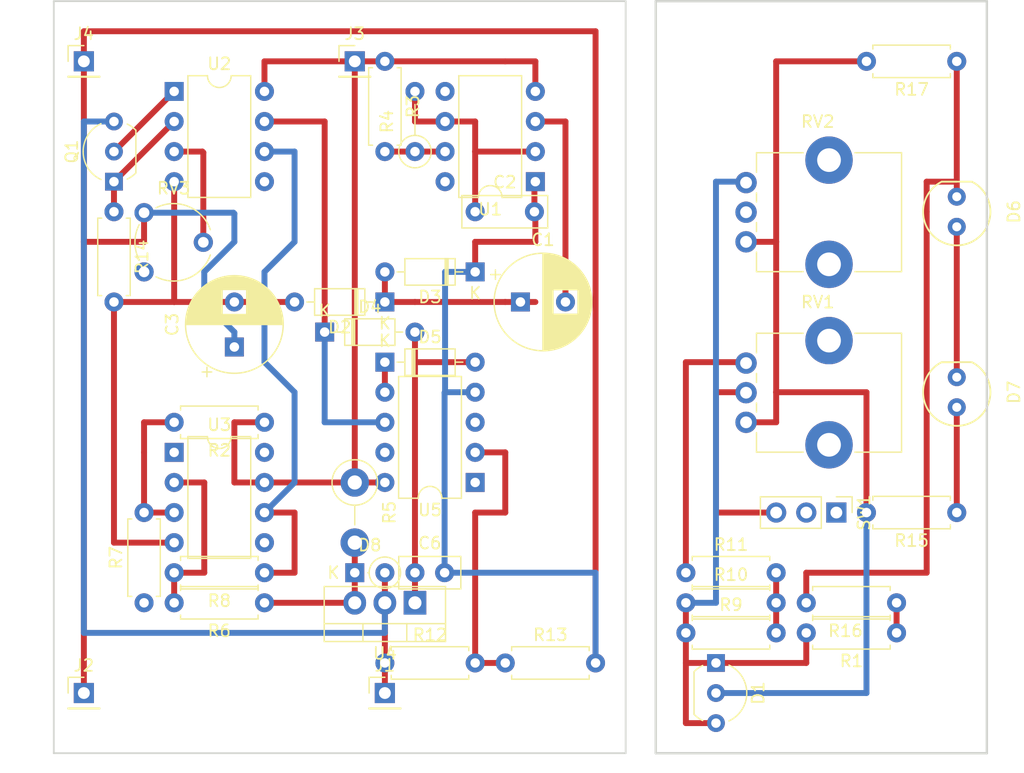
<source format=kicad_pcb>
(kicad_pcb (version 20171130) (host pcbnew "(5.0.0)")

  (general
    (thickness 1.6)
    (drawings 8)
    (tracks 135)
    (zones 0)
    (modules 43)
    (nets 33)
  )

  (page A4)
  (layers
    (0 F.Cu signal)
    (31 B.Cu signal)
    (32 B.Adhes user)
    (33 F.Adhes user)
    (34 B.Paste user)
    (35 F.Paste user)
    (36 B.SilkS user)
    (37 F.SilkS user)
    (38 B.Mask user)
    (39 F.Mask user)
    (40 Dwgs.User user)
    (41 Cmts.User user)
    (42 Eco1.User user)
    (43 Eco2.User user)
    (44 Edge.Cuts user)
    (45 Margin user)
    (46 B.CrtYd user)
    (47 F.CrtYd user)
    (48 B.Fab user)
    (49 F.Fab user)
  )

  (setup
    (last_trace_width 0.5)
    (trace_clearance 0.5)
    (zone_clearance 0.508)
    (zone_45_only no)
    (trace_min 0.2)
    (segment_width 0.2)
    (edge_width 0.15)
    (via_size 0.8)
    (via_drill 0.4)
    (via_min_size 0.4)
    (via_min_drill 0.3)
    (uvia_size 0.3)
    (uvia_drill 0.1)
    (uvias_allowed no)
    (uvia_min_size 0.2)
    (uvia_min_drill 0.1)
    (pcb_text_width 0.3)
    (pcb_text_size 1.5 1.5)
    (mod_edge_width 0.15)
    (mod_text_size 1 1)
    (mod_text_width 0.15)
    (pad_size 1.524 1.524)
    (pad_drill 0.762)
    (pad_to_mask_clearance 0.2)
    (aux_axis_origin 0 0)
    (visible_elements 7FFFF7FF)
    (pcbplotparams
      (layerselection 0x010fc_ffffffff)
      (usegerberextensions false)
      (usegerberattributes false)
      (usegerberadvancedattributes false)
      (creategerberjobfile false)
      (excludeedgelayer true)
      (linewidth 0.500000)
      (plotframeref false)
      (viasonmask false)
      (mode 1)
      (useauxorigin false)
      (hpglpennumber 1)
      (hpglpenspeed 20)
      (hpglpendiameter 15.000000)
      (psnegative false)
      (psa4output false)
      (plotreference true)
      (plotvalue true)
      (plotinvisibletext false)
      (padsonsilk false)
      (subtractmaskfromsilk false)
      (outputformat 1)
      (mirror false)
      (drillshape 1)
      (scaleselection 1)
      (outputdirectory ""))
  )

  (net 0 "")
  (net 1 "Net-(C1-Pad1)")
  (net 2 "Net-(C1-Pad2)")
  (net 3 "Net-(C2-Pad1)")
  (net 4 GNDA)
  (net 5 V-)
  (net 6 +12V)
  (net 7 /REG_INP)
  (net 8 /V_ADJ)
  (net 9 /OUTPUT)
  (net 10 2V5)
  (net 11 "Net-(D6-Pad2)")
  (net 12 "Net-(D6-Pad1)")
  (net 13 "Net-(D7-Pad1)")
  (net 14 "Net-(MES1-Pad2)")
  (net 15 "Net-(Q1-Pad2)")
  (net 16 "Net-(R3-Pad2)")
  (net 17 /I_SENSE)
  (net 18 "Net-(R10-Pad2)")
  (net 19 "Net-(R11-Pad1)")
  (net 20 "Net-(R12-Pad2)")
  (net 21 I_SET)
  (net 22 V_SET)
  (net 23 "Net-(RV3-Pad2)")
  (net 24 "Net-(U1-Pad5)")
  (net 25 "Net-(U3-Pad8)")
  (net 26 "Net-(U3-Pad5)")
  (net 27 "Net-(U3-Pad1)")
  (net 28 /Hi_side_sense)
  (net 29 /Lo_side_sense)
  (net 30 /I_sink_sense)
  (net 31 /I_set)
  (net 32 /V_set)

  (net_class Default "This is the default net class."
    (clearance 0.5)
    (trace_width 0.5)
    (via_dia 0.8)
    (via_drill 0.4)
    (uvia_dia 0.3)
    (uvia_drill 0.1)
    (add_net +12V)
    (add_net /Hi_side_sense)
    (add_net /I_SENSE)
    (add_net /I_set)
    (add_net /I_sink_sense)
    (add_net /Lo_side_sense)
    (add_net /OUTPUT)
    (add_net /REG_INP)
    (add_net /V_ADJ)
    (add_net /V_set)
    (add_net 2V5)
    (add_net GNDA)
    (add_net I_SET)
    (add_net "Net-(C1-Pad1)")
    (add_net "Net-(C1-Pad2)")
    (add_net "Net-(C2-Pad1)")
    (add_net "Net-(D6-Pad1)")
    (add_net "Net-(D6-Pad2)")
    (add_net "Net-(D7-Pad1)")
    (add_net "Net-(MES1-Pad2)")
    (add_net "Net-(Q1-Pad2)")
    (add_net "Net-(R10-Pad2)")
    (add_net "Net-(R11-Pad1)")
    (add_net "Net-(R12-Pad2)")
    (add_net "Net-(R3-Pad2)")
    (add_net "Net-(RV3-Pad2)")
    (add_net "Net-(U1-Pad5)")
    (add_net "Net-(U3-Pad1)")
    (add_net "Net-(U3-Pad5)")
    (add_net "Net-(U3-Pad8)")
    (add_net V-)
    (add_net V_SET)
  )

  (module Potentiometer_THT:Potentiometer_Alps_RK09K_Single_Vertical (layer F.Cu) (tedit 5A3D4993) (tstamp 5D823E5A)
    (at 71.12 48.26)
    (descr "Potentiometer, vertical, Alps RK09K Single, http://www.alps.com/prod/info/E/HTML/Potentiometer/RotaryPotentiometers/RK09K/RK09K_list.html")
    (tags "Potentiometer vertical Alps RK09K Single")
    (path /5D60F02C)
    (fp_text reference RV1 (at 6.05 -10.15) (layer F.SilkS)
      (effects (font (size 1 1) (thickness 0.15)))
    )
    (fp_text value "10K LIN" (at 6.05 5.15) (layer F.Fab)
      (effects (font (size 1 1) (thickness 0.15)))
    )
    (fp_text user %R (at 2 -2.5 90) (layer F.Fab)
      (effects (font (size 1 1) (thickness 0.15)))
    )
    (fp_line (start 13.25 -9.15) (end -1.15 -9.15) (layer F.CrtYd) (width 0.05))
    (fp_line (start 13.25 4.15) (end 13.25 -9.15) (layer F.CrtYd) (width 0.05))
    (fp_line (start -1.15 4.15) (end 13.25 4.15) (layer F.CrtYd) (width 0.05))
    (fp_line (start -1.15 -9.15) (end -1.15 4.15) (layer F.CrtYd) (width 0.05))
    (fp_line (start 13.12 -7.521) (end 13.12 2.52) (layer F.SilkS) (width 0.12))
    (fp_line (start 0.88 0.87) (end 0.88 2.52) (layer F.SilkS) (width 0.12))
    (fp_line (start 0.88 -1.629) (end 0.88 -0.87) (layer F.SilkS) (width 0.12))
    (fp_line (start 0.88 -4.129) (end 0.88 -3.37) (layer F.SilkS) (width 0.12))
    (fp_line (start 0.88 -7.521) (end 0.88 -5.871) (layer F.SilkS) (width 0.12))
    (fp_line (start 9.184 2.52) (end 13.12 2.52) (layer F.SilkS) (width 0.12))
    (fp_line (start 0.88 2.52) (end 4.817 2.52) (layer F.SilkS) (width 0.12))
    (fp_line (start 9.184 -7.521) (end 13.12 -7.521) (layer F.SilkS) (width 0.12))
    (fp_line (start 0.88 -7.521) (end 4.817 -7.521) (layer F.SilkS) (width 0.12))
    (fp_line (start 13 -7.4) (end 1 -7.4) (layer F.Fab) (width 0.1))
    (fp_line (start 13 2.4) (end 13 -7.4) (layer F.Fab) (width 0.1))
    (fp_line (start 1 2.4) (end 13 2.4) (layer F.Fab) (width 0.1))
    (fp_line (start 1 -7.4) (end 1 2.4) (layer F.Fab) (width 0.1))
    (fp_circle (center 7.5 -2.5) (end 10.5 -2.5) (layer F.Fab) (width 0.1))
    (pad "" np_thru_hole circle (at 7 1.9) (size 4 4) (drill 2) (layers *.Cu *.Mask))
    (pad "" np_thru_hole circle (at 7 -6.9) (size 4 4) (drill 2) (layers *.Cu *.Mask))
    (pad 1 thru_hole circle (at 0 0) (size 1.8 1.8) (drill 1) (layers *.Cu *.Mask)
      (net 4 GNDA))
    (pad 2 thru_hole circle (at 0 -2.5) (size 1.8 1.8) (drill 1) (layers *.Cu *.Mask)
      (net 21 I_SET))
    (pad 3 thru_hole circle (at 0 -5) (size 1.8 1.8) (drill 1) (layers *.Cu *.Mask)
      (net 19 "Net-(R11-Pad1)"))
    (model ${KISYS3DMOD}/Potentiometer_THT.3dshapes/Potentiometer_Alps_RK09K_Single_Vertical.wrl
      (at (xyz 0 0 0))
      (scale (xyz 1 1 1))
      (rotate (xyz 0 0 0))
    )
  )

  (module Potentiometer_THT:Potentiometer_Alps_RK09K_Single_Vertical (layer F.Cu) (tedit 5A3D4993) (tstamp 5D823E71)
    (at 71.12 33.02)
    (descr "Potentiometer, vertical, Alps RK09K Single, http://www.alps.com/prod/info/E/HTML/Potentiometer/RotaryPotentiometers/RK09K/RK09K_list.html")
    (tags "Potentiometer vertical Alps RK09K Single")
    (path /5D60F11F)
    (fp_text reference RV2 (at 6.05 -10.15) (layer F.SilkS)
      (effects (font (size 1 1) (thickness 0.15)))
    )
    (fp_text value "10K LIN" (at 6.05 5.15) (layer F.Fab)
      (effects (font (size 1 1) (thickness 0.15)))
    )
    (fp_text user %R (at 2 -2.5 90) (layer F.Fab)
      (effects (font (size 1 1) (thickness 0.15)))
    )
    (fp_line (start 13.25 -9.15) (end -1.15 -9.15) (layer F.CrtYd) (width 0.05))
    (fp_line (start 13.25 4.15) (end 13.25 -9.15) (layer F.CrtYd) (width 0.05))
    (fp_line (start -1.15 4.15) (end 13.25 4.15) (layer F.CrtYd) (width 0.05))
    (fp_line (start -1.15 -9.15) (end -1.15 4.15) (layer F.CrtYd) (width 0.05))
    (fp_line (start 13.12 -7.521) (end 13.12 2.52) (layer F.SilkS) (width 0.12))
    (fp_line (start 0.88 0.87) (end 0.88 2.52) (layer F.SilkS) (width 0.12))
    (fp_line (start 0.88 -1.629) (end 0.88 -0.87) (layer F.SilkS) (width 0.12))
    (fp_line (start 0.88 -4.129) (end 0.88 -3.37) (layer F.SilkS) (width 0.12))
    (fp_line (start 0.88 -7.521) (end 0.88 -5.871) (layer F.SilkS) (width 0.12))
    (fp_line (start 9.184 2.52) (end 13.12 2.52) (layer F.SilkS) (width 0.12))
    (fp_line (start 0.88 2.52) (end 4.817 2.52) (layer F.SilkS) (width 0.12))
    (fp_line (start 9.184 -7.521) (end 13.12 -7.521) (layer F.SilkS) (width 0.12))
    (fp_line (start 0.88 -7.521) (end 4.817 -7.521) (layer F.SilkS) (width 0.12))
    (fp_line (start 13 -7.4) (end 1 -7.4) (layer F.Fab) (width 0.1))
    (fp_line (start 13 2.4) (end 13 -7.4) (layer F.Fab) (width 0.1))
    (fp_line (start 1 2.4) (end 13 2.4) (layer F.Fab) (width 0.1))
    (fp_line (start 1 -7.4) (end 1 2.4) (layer F.Fab) (width 0.1))
    (fp_circle (center 7.5 -2.5) (end 10.5 -2.5) (layer F.Fab) (width 0.1))
    (pad "" np_thru_hole circle (at 7 1.9) (size 4 4) (drill 2) (layers *.Cu *.Mask))
    (pad "" np_thru_hole circle (at 7 -6.9) (size 4 4) (drill 2) (layers *.Cu *.Mask))
    (pad 1 thru_hole circle (at 0 0) (size 1.8 1.8) (drill 1) (layers *.Cu *.Mask)
      (net 4 GNDA))
    (pad 2 thru_hole circle (at 0 -2.5) (size 1.8 1.8) (drill 1) (layers *.Cu *.Mask)
      (net 22 V_SET))
    (pad 3 thru_hole circle (at 0 -5) (size 1.8 1.8) (drill 1) (layers *.Cu *.Mask)
      (net 10 2V5))
    (model ${KISYS3DMOD}/Potentiometer_THT.3dshapes/Potentiometer_Alps_RK09K_Single_Vertical.wrl
      (at (xyz 0 0 0))
      (scale (xyz 1 1 1))
      (rotate (xyz 0 0 0))
    )
  )

  (module Diode_THT:D_DO-35_SOD27_P2.54mm_Vertical_KathodeUp (layer F.Cu) (tedit 5AE50CD5) (tstamp 5D823C30)
    (at 38.1 60.96)
    (descr "Diode, DO-35_SOD27 series, Axial, Vertical, pin pitch=2.54mm, , length*diameter=4*2mm^2, , http://www.diodes.com/_files/packages/DO-35.pdf")
    (tags "Diode DO-35_SOD27 series Axial Vertical pin pitch 2.54mm  length 4mm diameter 2mm")
    (path /5DD4650F)
    (fp_text reference D8 (at 1.27 -2.326371) (layer F.SilkS)
      (effects (font (size 1 1) (thickness 0.15)))
    )
    (fp_text value 1N4007 (at 1.27 3.215371) (layer F.Fab)
      (effects (font (size 1 1) (thickness 0.15)))
    )
    (fp_circle (center 2.54 0) (end 3.54 0) (layer F.Fab) (width 0.1))
    (fp_circle (center 2.54 0) (end 3.866371 0) (layer F.SilkS) (width 0.12))
    (fp_line (start 0 0) (end 2.54 0) (layer F.Fab) (width 0.1))
    (fp_line (start 1.213629 0) (end 1.1 0) (layer F.SilkS) (width 0.12))
    (fp_line (start -1.05 -1.25) (end -1.05 1.25) (layer F.CrtYd) (width 0.05))
    (fp_line (start -1.05 1.25) (end 3.79 1.25) (layer F.CrtYd) (width 0.05))
    (fp_line (start 3.79 1.25) (end 3.79 -1.25) (layer F.CrtYd) (width 0.05))
    (fp_line (start 3.79 -1.25) (end -1.05 -1.25) (layer F.CrtYd) (width 0.05))
    (fp_text user %R (at 1.27 -2.326371) (layer F.Fab)
      (effects (font (size 1 1) (thickness 0.15)))
    )
    (fp_text user K (at -1.8 0) (layer F.Fab)
      (effects (font (size 1 1) (thickness 0.15)))
    )
    (fp_text user K (at -1.8 0) (layer F.SilkS)
      (effects (font (size 1 1) (thickness 0.15)))
    )
    (pad 1 thru_hole rect (at 0 0) (size 1.6 1.6) (drill 0.8) (layers *.Cu *.Mask)
      (net 7 /REG_INP))
    (pad 2 thru_hole oval (at 2.54 0) (size 1.6 1.6) (drill 0.8) (layers *.Cu *.Mask)
      (net 9 /OUTPUT))
    (model ${KISYS3DMOD}/Diode_THT.3dshapes/D_DO-35_SOD27_P2.54mm_Vertical_KathodeUp.wrl
      (at (xyz 0 0 0))
      (scale (xyz 1 1 1))
      (rotate (xyz 0 0 0))
    )
  )

  (module Diode_THT:D_DO-35_SOD27_P7.62mm_Horizontal (layer F.Cu) (tedit 5AE50CD5) (tstamp 5D823BB0)
    (at 40.64 38.1 180)
    (descr "Diode, DO-35_SOD27 series, Axial, Horizontal, pin pitch=7.62mm, , length*diameter=4*2mm^2, , http://www.diodes.com/_files/packages/DO-35.pdf")
    (tags "Diode DO-35_SOD27 series Axial Horizontal pin pitch 7.62mm  length 4mm diameter 2mm")
    (path /5D81ECEE)
    (fp_text reference D2 (at 3.81 -2.12 180) (layer F.SilkS)
      (effects (font (size 1 1) (thickness 0.15)))
    )
    (fp_text value 1N4148 (at 3.81 2.12 180) (layer F.Fab)
      (effects (font (size 1 1) (thickness 0.15)))
    )
    (fp_text user K (at 0 -1.8 180) (layer F.SilkS)
      (effects (font (size 1 1) (thickness 0.15)))
    )
    (fp_text user K (at 0 -1.8 180) (layer F.Fab)
      (effects (font (size 1 1) (thickness 0.15)))
    )
    (fp_text user %R (at 4.11 0 180) (layer F.Fab)
      (effects (font (size 0.8 0.8) (thickness 0.12)))
    )
    (fp_line (start 8.67 -1.25) (end -1.05 -1.25) (layer F.CrtYd) (width 0.05))
    (fp_line (start 8.67 1.25) (end 8.67 -1.25) (layer F.CrtYd) (width 0.05))
    (fp_line (start -1.05 1.25) (end 8.67 1.25) (layer F.CrtYd) (width 0.05))
    (fp_line (start -1.05 -1.25) (end -1.05 1.25) (layer F.CrtYd) (width 0.05))
    (fp_line (start 2.29 -1.12) (end 2.29 1.12) (layer F.SilkS) (width 0.12))
    (fp_line (start 2.53 -1.12) (end 2.53 1.12) (layer F.SilkS) (width 0.12))
    (fp_line (start 2.41 -1.12) (end 2.41 1.12) (layer F.SilkS) (width 0.12))
    (fp_line (start 6.58 0) (end 5.93 0) (layer F.SilkS) (width 0.12))
    (fp_line (start 1.04 0) (end 1.69 0) (layer F.SilkS) (width 0.12))
    (fp_line (start 5.93 -1.12) (end 1.69 -1.12) (layer F.SilkS) (width 0.12))
    (fp_line (start 5.93 1.12) (end 5.93 -1.12) (layer F.SilkS) (width 0.12))
    (fp_line (start 1.69 1.12) (end 5.93 1.12) (layer F.SilkS) (width 0.12))
    (fp_line (start 1.69 -1.12) (end 1.69 1.12) (layer F.SilkS) (width 0.12))
    (fp_line (start 2.31 -1) (end 2.31 1) (layer F.Fab) (width 0.1))
    (fp_line (start 2.51 -1) (end 2.51 1) (layer F.Fab) (width 0.1))
    (fp_line (start 2.41 -1) (end 2.41 1) (layer F.Fab) (width 0.1))
    (fp_line (start 7.62 0) (end 5.81 0) (layer F.Fab) (width 0.1))
    (fp_line (start 0 0) (end 1.81 0) (layer F.Fab) (width 0.1))
    (fp_line (start 5.81 -1) (end 1.81 -1) (layer F.Fab) (width 0.1))
    (fp_line (start 5.81 1) (end 5.81 -1) (layer F.Fab) (width 0.1))
    (fp_line (start 1.81 1) (end 5.81 1) (layer F.Fab) (width 0.1))
    (fp_line (start 1.81 -1) (end 1.81 1) (layer F.Fab) (width 0.1))
    (pad 2 thru_hole oval (at 7.62 0 180) (size 1.6 1.6) (drill 0.8) (layers *.Cu *.Mask)
      (net 5 V-))
    (pad 1 thru_hole rect (at 0 0 180) (size 1.6 1.6) (drill 0.8) (layers *.Cu *.Mask)
      (net 1 "Net-(C1-Pad1)"))
    (model ${KISYS3DMOD}/Diode_THT.3dshapes/D_DO-35_SOD27_P7.62mm_Horizontal.wrl
      (at (xyz 0 0 0))
      (scale (xyz 1 1 1))
      (rotate (xyz 0 0 0))
    )
  )

  (module Resistor_THT:R_Axial_DIN0207_L6.3mm_D2.5mm_P5.08mm_Vertical (layer F.Cu) (tedit 5AE5139B) (tstamp 5D828C2D)
    (at 43.18 25.4 90)
    (descr "Resistor, Axial_DIN0207 series, Axial, Vertical, pin pitch=5.08mm, 0.25W = 1/4W, length*diameter=6.3*2.5mm^2, http://cdn-reichelt.de/documents/datenblatt/B400/1_4W%23YAG.pdf")
    (tags "Resistor Axial_DIN0207 series Axial Vertical pin pitch 5.08mm 0.25W = 1/4W length 6.3mm diameter 2.5mm")
    (path /5D82871E)
    (fp_text reference R4 (at 2.54 -2.37 90) (layer F.SilkS)
      (effects (font (size 1 1) (thickness 0.15)))
    )
    (fp_text value 2.2K (at 2.54 2.37 90) (layer F.Fab)
      (effects (font (size 1 1) (thickness 0.15)))
    )
    (fp_text user %R (at 2.54 -2.37 90) (layer F.Fab)
      (effects (font (size 1 1) (thickness 0.15)))
    )
    (fp_line (start 6.13 -1.5) (end -1.5 -1.5) (layer F.CrtYd) (width 0.05))
    (fp_line (start 6.13 1.5) (end 6.13 -1.5) (layer F.CrtYd) (width 0.05))
    (fp_line (start -1.5 1.5) (end 6.13 1.5) (layer F.CrtYd) (width 0.05))
    (fp_line (start -1.5 -1.5) (end -1.5 1.5) (layer F.CrtYd) (width 0.05))
    (fp_line (start 1.37 0) (end 3.98 0) (layer F.SilkS) (width 0.12))
    (fp_line (start 0 0) (end 5.08 0) (layer F.Fab) (width 0.1))
    (fp_circle (center 0 0) (end 1.37 0) (layer F.SilkS) (width 0.12))
    (fp_circle (center 0 0) (end 1.25 0) (layer F.Fab) (width 0.1))
    (pad 2 thru_hole oval (at 5.08 0 90) (size 1.6 1.6) (drill 0.8) (layers *.Cu *.Mask)
      (net 3 "Net-(C2-Pad1)"))
    (pad 1 thru_hole circle (at 0 0 90) (size 1.6 1.6) (drill 0.8) (layers *.Cu *.Mask)
      (net 16 "Net-(R3-Pad2)"))
    (model ${KISYS3DMOD}/Resistor_THT.3dshapes/R_Axial_DIN0207_L6.3mm_D2.5mm_P5.08mm_Vertical.wrl
      (at (xyz 0 0 0))
      (scale (xyz 1 1 1))
      (rotate (xyz 0 0 0))
    )
  )

  (module Resistor_THT:R_Axial_DIN0207_L6.3mm_D2.5mm_P7.62mm_Horizontal (layer F.Cu) (tedit 5AE5139B) (tstamp 5D823D5D)
    (at 20.32 63.5 90)
    (descr "Resistor, Axial_DIN0207 series, Axial, Horizontal, pin pitch=7.62mm, 0.25W = 1/4W, length*diameter=6.3*2.5mm^2, http://cdn-reichelt.de/documents/datenblatt/B400/1_4W%23YAG.pdf")
    (tags "Resistor Axial_DIN0207 series Axial Horizontal pin pitch 7.62mm 0.25W = 1/4W length 6.3mm diameter 2.5mm")
    (path /5D60DE1F)
    (fp_text reference R7 (at 3.81 -2.37 90) (layer F.SilkS)
      (effects (font (size 1 1) (thickness 0.15)))
    )
    (fp_text value 10K (at 3.81 2.37 90) (layer F.Fab)
      (effects (font (size 1 1) (thickness 0.15)))
    )
    (fp_line (start 0.66 -1.25) (end 0.66 1.25) (layer F.Fab) (width 0.1))
    (fp_line (start 0.66 1.25) (end 6.96 1.25) (layer F.Fab) (width 0.1))
    (fp_line (start 6.96 1.25) (end 6.96 -1.25) (layer F.Fab) (width 0.1))
    (fp_line (start 6.96 -1.25) (end 0.66 -1.25) (layer F.Fab) (width 0.1))
    (fp_line (start 0 0) (end 0.66 0) (layer F.Fab) (width 0.1))
    (fp_line (start 7.62 0) (end 6.96 0) (layer F.Fab) (width 0.1))
    (fp_line (start 0.54 -1.04) (end 0.54 -1.37) (layer F.SilkS) (width 0.12))
    (fp_line (start 0.54 -1.37) (end 7.08 -1.37) (layer F.SilkS) (width 0.12))
    (fp_line (start 7.08 -1.37) (end 7.08 -1.04) (layer F.SilkS) (width 0.12))
    (fp_line (start 0.54 1.04) (end 0.54 1.37) (layer F.SilkS) (width 0.12))
    (fp_line (start 0.54 1.37) (end 7.08 1.37) (layer F.SilkS) (width 0.12))
    (fp_line (start 7.08 1.37) (end 7.08 1.04) (layer F.SilkS) (width 0.12))
    (fp_line (start -1.05 -1.5) (end -1.05 1.5) (layer F.CrtYd) (width 0.05))
    (fp_line (start -1.05 1.5) (end 8.67 1.5) (layer F.CrtYd) (width 0.05))
    (fp_line (start 8.67 1.5) (end 8.67 -1.5) (layer F.CrtYd) (width 0.05))
    (fp_line (start 8.67 -1.5) (end -1.05 -1.5) (layer F.CrtYd) (width 0.05))
    (fp_text user %R (at 3.81 0 90) (layer F.Fab)
      (effects (font (size 1 1) (thickness 0.15)))
    )
    (pad 1 thru_hole circle (at 0 0 90) (size 1.6 1.6) (drill 0.8) (layers *.Cu *.Mask)
      (net 4 GNDA))
    (pad 2 thru_hole oval (at 7.62 0 90) (size 1.6 1.6) (drill 0.8) (layers *.Cu *.Mask)
      (net 28 /Hi_side_sense))
    (model ${KISYS3DMOD}/Resistor_THT.3dshapes/R_Axial_DIN0207_L6.3mm_D2.5mm_P7.62mm_Horizontal.wrl
      (at (xyz 0 0 0))
      (scale (xyz 1 1 1))
      (rotate (xyz 0 0 0))
    )
  )

  (module Capacitor_THT:CP_Radial_D8.0mm_P3.80mm (layer F.Cu) (tedit 5AE50EF0) (tstamp 5D8239CC)
    (at 52.08 38.1)
    (descr "CP, Radial series, Radial, pin pitch=3.80mm, , diameter=8mm, Electrolytic Capacitor")
    (tags "CP Radial series Radial pin pitch 3.80mm  diameter 8mm Electrolytic Capacitor")
    (path /5D84CB66)
    (fp_text reference C1 (at 1.9 -5.25) (layer F.SilkS)
      (effects (font (size 1 1) (thickness 0.15)))
    )
    (fp_text value "100u 16V" (at 1.9 5.25) (layer F.Fab)
      (effects (font (size 1 1) (thickness 0.15)))
    )
    (fp_circle (center 1.9 0) (end 5.9 0) (layer F.Fab) (width 0.1))
    (fp_circle (center 1.9 0) (end 6.02 0) (layer F.SilkS) (width 0.12))
    (fp_circle (center 1.9 0) (end 6.15 0) (layer F.CrtYd) (width 0.05))
    (fp_line (start -1.526759 -1.7475) (end -0.726759 -1.7475) (layer F.Fab) (width 0.1))
    (fp_line (start -1.126759 -2.1475) (end -1.126759 -1.3475) (layer F.Fab) (width 0.1))
    (fp_line (start 1.9 -4.08) (end 1.9 4.08) (layer F.SilkS) (width 0.12))
    (fp_line (start 1.94 -4.08) (end 1.94 4.08) (layer F.SilkS) (width 0.12))
    (fp_line (start 1.98 -4.08) (end 1.98 4.08) (layer F.SilkS) (width 0.12))
    (fp_line (start 2.02 -4.079) (end 2.02 4.079) (layer F.SilkS) (width 0.12))
    (fp_line (start 2.06 -4.077) (end 2.06 4.077) (layer F.SilkS) (width 0.12))
    (fp_line (start 2.1 -4.076) (end 2.1 4.076) (layer F.SilkS) (width 0.12))
    (fp_line (start 2.14 -4.074) (end 2.14 4.074) (layer F.SilkS) (width 0.12))
    (fp_line (start 2.18 -4.071) (end 2.18 4.071) (layer F.SilkS) (width 0.12))
    (fp_line (start 2.22 -4.068) (end 2.22 4.068) (layer F.SilkS) (width 0.12))
    (fp_line (start 2.26 -4.065) (end 2.26 4.065) (layer F.SilkS) (width 0.12))
    (fp_line (start 2.3 -4.061) (end 2.3 4.061) (layer F.SilkS) (width 0.12))
    (fp_line (start 2.34 -4.057) (end 2.34 4.057) (layer F.SilkS) (width 0.12))
    (fp_line (start 2.38 -4.052) (end 2.38 4.052) (layer F.SilkS) (width 0.12))
    (fp_line (start 2.42 -4.048) (end 2.42 4.048) (layer F.SilkS) (width 0.12))
    (fp_line (start 2.46 -4.042) (end 2.46 4.042) (layer F.SilkS) (width 0.12))
    (fp_line (start 2.5 -4.037) (end 2.5 4.037) (layer F.SilkS) (width 0.12))
    (fp_line (start 2.54 -4.03) (end 2.54 4.03) (layer F.SilkS) (width 0.12))
    (fp_line (start 2.58 -4.024) (end 2.58 4.024) (layer F.SilkS) (width 0.12))
    (fp_line (start 2.621 -4.017) (end 2.621 4.017) (layer F.SilkS) (width 0.12))
    (fp_line (start 2.661 -4.01) (end 2.661 4.01) (layer F.SilkS) (width 0.12))
    (fp_line (start 2.701 -4.002) (end 2.701 4.002) (layer F.SilkS) (width 0.12))
    (fp_line (start 2.741 -3.994) (end 2.741 3.994) (layer F.SilkS) (width 0.12))
    (fp_line (start 2.781 -3.985) (end 2.781 -1.04) (layer F.SilkS) (width 0.12))
    (fp_line (start 2.781 1.04) (end 2.781 3.985) (layer F.SilkS) (width 0.12))
    (fp_line (start 2.821 -3.976) (end 2.821 -1.04) (layer F.SilkS) (width 0.12))
    (fp_line (start 2.821 1.04) (end 2.821 3.976) (layer F.SilkS) (width 0.12))
    (fp_line (start 2.861 -3.967) (end 2.861 -1.04) (layer F.SilkS) (width 0.12))
    (fp_line (start 2.861 1.04) (end 2.861 3.967) (layer F.SilkS) (width 0.12))
    (fp_line (start 2.901 -3.957) (end 2.901 -1.04) (layer F.SilkS) (width 0.12))
    (fp_line (start 2.901 1.04) (end 2.901 3.957) (layer F.SilkS) (width 0.12))
    (fp_line (start 2.941 -3.947) (end 2.941 -1.04) (layer F.SilkS) (width 0.12))
    (fp_line (start 2.941 1.04) (end 2.941 3.947) (layer F.SilkS) (width 0.12))
    (fp_line (start 2.981 -3.936) (end 2.981 -1.04) (layer F.SilkS) (width 0.12))
    (fp_line (start 2.981 1.04) (end 2.981 3.936) (layer F.SilkS) (width 0.12))
    (fp_line (start 3.021 -3.925) (end 3.021 -1.04) (layer F.SilkS) (width 0.12))
    (fp_line (start 3.021 1.04) (end 3.021 3.925) (layer F.SilkS) (width 0.12))
    (fp_line (start 3.061 -3.914) (end 3.061 -1.04) (layer F.SilkS) (width 0.12))
    (fp_line (start 3.061 1.04) (end 3.061 3.914) (layer F.SilkS) (width 0.12))
    (fp_line (start 3.101 -3.902) (end 3.101 -1.04) (layer F.SilkS) (width 0.12))
    (fp_line (start 3.101 1.04) (end 3.101 3.902) (layer F.SilkS) (width 0.12))
    (fp_line (start 3.141 -3.889) (end 3.141 -1.04) (layer F.SilkS) (width 0.12))
    (fp_line (start 3.141 1.04) (end 3.141 3.889) (layer F.SilkS) (width 0.12))
    (fp_line (start 3.181 -3.877) (end 3.181 -1.04) (layer F.SilkS) (width 0.12))
    (fp_line (start 3.181 1.04) (end 3.181 3.877) (layer F.SilkS) (width 0.12))
    (fp_line (start 3.221 -3.863) (end 3.221 -1.04) (layer F.SilkS) (width 0.12))
    (fp_line (start 3.221 1.04) (end 3.221 3.863) (layer F.SilkS) (width 0.12))
    (fp_line (start 3.261 -3.85) (end 3.261 -1.04) (layer F.SilkS) (width 0.12))
    (fp_line (start 3.261 1.04) (end 3.261 3.85) (layer F.SilkS) (width 0.12))
    (fp_line (start 3.301 -3.835) (end 3.301 -1.04) (layer F.SilkS) (width 0.12))
    (fp_line (start 3.301 1.04) (end 3.301 3.835) (layer F.SilkS) (width 0.12))
    (fp_line (start 3.341 -3.821) (end 3.341 -1.04) (layer F.SilkS) (width 0.12))
    (fp_line (start 3.341 1.04) (end 3.341 3.821) (layer F.SilkS) (width 0.12))
    (fp_line (start 3.381 -3.805) (end 3.381 -1.04) (layer F.SilkS) (width 0.12))
    (fp_line (start 3.381 1.04) (end 3.381 3.805) (layer F.SilkS) (width 0.12))
    (fp_line (start 3.421 -3.79) (end 3.421 -1.04) (layer F.SilkS) (width 0.12))
    (fp_line (start 3.421 1.04) (end 3.421 3.79) (layer F.SilkS) (width 0.12))
    (fp_line (start 3.461 -3.774) (end 3.461 -1.04) (layer F.SilkS) (width 0.12))
    (fp_line (start 3.461 1.04) (end 3.461 3.774) (layer F.SilkS) (width 0.12))
    (fp_line (start 3.501 -3.757) (end 3.501 -1.04) (layer F.SilkS) (width 0.12))
    (fp_line (start 3.501 1.04) (end 3.501 3.757) (layer F.SilkS) (width 0.12))
    (fp_line (start 3.541 -3.74) (end 3.541 -1.04) (layer F.SilkS) (width 0.12))
    (fp_line (start 3.541 1.04) (end 3.541 3.74) (layer F.SilkS) (width 0.12))
    (fp_line (start 3.581 -3.722) (end 3.581 -1.04) (layer F.SilkS) (width 0.12))
    (fp_line (start 3.581 1.04) (end 3.581 3.722) (layer F.SilkS) (width 0.12))
    (fp_line (start 3.621 -3.704) (end 3.621 -1.04) (layer F.SilkS) (width 0.12))
    (fp_line (start 3.621 1.04) (end 3.621 3.704) (layer F.SilkS) (width 0.12))
    (fp_line (start 3.661 -3.686) (end 3.661 -1.04) (layer F.SilkS) (width 0.12))
    (fp_line (start 3.661 1.04) (end 3.661 3.686) (layer F.SilkS) (width 0.12))
    (fp_line (start 3.701 -3.666) (end 3.701 -1.04) (layer F.SilkS) (width 0.12))
    (fp_line (start 3.701 1.04) (end 3.701 3.666) (layer F.SilkS) (width 0.12))
    (fp_line (start 3.741 -3.647) (end 3.741 -1.04) (layer F.SilkS) (width 0.12))
    (fp_line (start 3.741 1.04) (end 3.741 3.647) (layer F.SilkS) (width 0.12))
    (fp_line (start 3.781 -3.627) (end 3.781 -1.04) (layer F.SilkS) (width 0.12))
    (fp_line (start 3.781 1.04) (end 3.781 3.627) (layer F.SilkS) (width 0.12))
    (fp_line (start 3.821 -3.606) (end 3.821 -1.04) (layer F.SilkS) (width 0.12))
    (fp_line (start 3.821 1.04) (end 3.821 3.606) (layer F.SilkS) (width 0.12))
    (fp_line (start 3.861 -3.584) (end 3.861 -1.04) (layer F.SilkS) (width 0.12))
    (fp_line (start 3.861 1.04) (end 3.861 3.584) (layer F.SilkS) (width 0.12))
    (fp_line (start 3.901 -3.562) (end 3.901 -1.04) (layer F.SilkS) (width 0.12))
    (fp_line (start 3.901 1.04) (end 3.901 3.562) (layer F.SilkS) (width 0.12))
    (fp_line (start 3.941 -3.54) (end 3.941 -1.04) (layer F.SilkS) (width 0.12))
    (fp_line (start 3.941 1.04) (end 3.941 3.54) (layer F.SilkS) (width 0.12))
    (fp_line (start 3.981 -3.517) (end 3.981 -1.04) (layer F.SilkS) (width 0.12))
    (fp_line (start 3.981 1.04) (end 3.981 3.517) (layer F.SilkS) (width 0.12))
    (fp_line (start 4.021 -3.493) (end 4.021 -1.04) (layer F.SilkS) (width 0.12))
    (fp_line (start 4.021 1.04) (end 4.021 3.493) (layer F.SilkS) (width 0.12))
    (fp_line (start 4.061 -3.469) (end 4.061 -1.04) (layer F.SilkS) (width 0.12))
    (fp_line (start 4.061 1.04) (end 4.061 3.469) (layer F.SilkS) (width 0.12))
    (fp_line (start 4.101 -3.444) (end 4.101 -1.04) (layer F.SilkS) (width 0.12))
    (fp_line (start 4.101 1.04) (end 4.101 3.444) (layer F.SilkS) (width 0.12))
    (fp_line (start 4.141 -3.418) (end 4.141 -1.04) (layer F.SilkS) (width 0.12))
    (fp_line (start 4.141 1.04) (end 4.141 3.418) (layer F.SilkS) (width 0.12))
    (fp_line (start 4.181 -3.392) (end 4.181 -1.04) (layer F.SilkS) (width 0.12))
    (fp_line (start 4.181 1.04) (end 4.181 3.392) (layer F.SilkS) (width 0.12))
    (fp_line (start 4.221 -3.365) (end 4.221 -1.04) (layer F.SilkS) (width 0.12))
    (fp_line (start 4.221 1.04) (end 4.221 3.365) (layer F.SilkS) (width 0.12))
    (fp_line (start 4.261 -3.338) (end 4.261 -1.04) (layer F.SilkS) (width 0.12))
    (fp_line (start 4.261 1.04) (end 4.261 3.338) (layer F.SilkS) (width 0.12))
    (fp_line (start 4.301 -3.309) (end 4.301 -1.04) (layer F.SilkS) (width 0.12))
    (fp_line (start 4.301 1.04) (end 4.301 3.309) (layer F.SilkS) (width 0.12))
    (fp_line (start 4.341 -3.28) (end 4.341 -1.04) (layer F.SilkS) (width 0.12))
    (fp_line (start 4.341 1.04) (end 4.341 3.28) (layer F.SilkS) (width 0.12))
    (fp_line (start 4.381 -3.25) (end 4.381 -1.04) (layer F.SilkS) (width 0.12))
    (fp_line (start 4.381 1.04) (end 4.381 3.25) (layer F.SilkS) (width 0.12))
    (fp_line (start 4.421 -3.22) (end 4.421 -1.04) (layer F.SilkS) (width 0.12))
    (fp_line (start 4.421 1.04) (end 4.421 3.22) (layer F.SilkS) (width 0.12))
    (fp_line (start 4.461 -3.189) (end 4.461 -1.04) (layer F.SilkS) (width 0.12))
    (fp_line (start 4.461 1.04) (end 4.461 3.189) (layer F.SilkS) (width 0.12))
    (fp_line (start 4.501 -3.156) (end 4.501 -1.04) (layer F.SilkS) (width 0.12))
    (fp_line (start 4.501 1.04) (end 4.501 3.156) (layer F.SilkS) (width 0.12))
    (fp_line (start 4.541 -3.124) (end 4.541 -1.04) (layer F.SilkS) (width 0.12))
    (fp_line (start 4.541 1.04) (end 4.541 3.124) (layer F.SilkS) (width 0.12))
    (fp_line (start 4.581 -3.09) (end 4.581 -1.04) (layer F.SilkS) (width 0.12))
    (fp_line (start 4.581 1.04) (end 4.581 3.09) (layer F.SilkS) (width 0.12))
    (fp_line (start 4.621 -3.055) (end 4.621 -1.04) (layer F.SilkS) (width 0.12))
    (fp_line (start 4.621 1.04) (end 4.621 3.055) (layer F.SilkS) (width 0.12))
    (fp_line (start 4.661 -3.019) (end 4.661 -1.04) (layer F.SilkS) (width 0.12))
    (fp_line (start 4.661 1.04) (end 4.661 3.019) (layer F.SilkS) (width 0.12))
    (fp_line (start 4.701 -2.983) (end 4.701 -1.04) (layer F.SilkS) (width 0.12))
    (fp_line (start 4.701 1.04) (end 4.701 2.983) (layer F.SilkS) (width 0.12))
    (fp_line (start 4.741 -2.945) (end 4.741 -1.04) (layer F.SilkS) (width 0.12))
    (fp_line (start 4.741 1.04) (end 4.741 2.945) (layer F.SilkS) (width 0.12))
    (fp_line (start 4.781 -2.907) (end 4.781 -1.04) (layer F.SilkS) (width 0.12))
    (fp_line (start 4.781 1.04) (end 4.781 2.907) (layer F.SilkS) (width 0.12))
    (fp_line (start 4.821 -2.867) (end 4.821 -1.04) (layer F.SilkS) (width 0.12))
    (fp_line (start 4.821 1.04) (end 4.821 2.867) (layer F.SilkS) (width 0.12))
    (fp_line (start 4.861 -2.826) (end 4.861 2.826) (layer F.SilkS) (width 0.12))
    (fp_line (start 4.901 -2.784) (end 4.901 2.784) (layer F.SilkS) (width 0.12))
    (fp_line (start 4.941 -2.741) (end 4.941 2.741) (layer F.SilkS) (width 0.12))
    (fp_line (start 4.981 -2.697) (end 4.981 2.697) (layer F.SilkS) (width 0.12))
    (fp_line (start 5.021 -2.651) (end 5.021 2.651) (layer F.SilkS) (width 0.12))
    (fp_line (start 5.061 -2.604) (end 5.061 2.604) (layer F.SilkS) (width 0.12))
    (fp_line (start 5.101 -2.556) (end 5.101 2.556) (layer F.SilkS) (width 0.12))
    (fp_line (start 5.141 -2.505) (end 5.141 2.505) (layer F.SilkS) (width 0.12))
    (fp_line (start 5.181 -2.454) (end 5.181 2.454) (layer F.SilkS) (width 0.12))
    (fp_line (start 5.221 -2.4) (end 5.221 2.4) (layer F.SilkS) (width 0.12))
    (fp_line (start 5.261 -2.345) (end 5.261 2.345) (layer F.SilkS) (width 0.12))
    (fp_line (start 5.301 -2.287) (end 5.301 2.287) (layer F.SilkS) (width 0.12))
    (fp_line (start 5.341 -2.228) (end 5.341 2.228) (layer F.SilkS) (width 0.12))
    (fp_line (start 5.381 -2.166) (end 5.381 2.166) (layer F.SilkS) (width 0.12))
    (fp_line (start 5.421 -2.102) (end 5.421 2.102) (layer F.SilkS) (width 0.12))
    (fp_line (start 5.461 -2.034) (end 5.461 2.034) (layer F.SilkS) (width 0.12))
    (fp_line (start 5.501 -1.964) (end 5.501 1.964) (layer F.SilkS) (width 0.12))
    (fp_line (start 5.541 -1.89) (end 5.541 1.89) (layer F.SilkS) (width 0.12))
    (fp_line (start 5.581 -1.813) (end 5.581 1.813) (layer F.SilkS) (width 0.12))
    (fp_line (start 5.621 -1.731) (end 5.621 1.731) (layer F.SilkS) (width 0.12))
    (fp_line (start 5.661 -1.645) (end 5.661 1.645) (layer F.SilkS) (width 0.12))
    (fp_line (start 5.701 -1.552) (end 5.701 1.552) (layer F.SilkS) (width 0.12))
    (fp_line (start 5.741 -1.453) (end 5.741 1.453) (layer F.SilkS) (width 0.12))
    (fp_line (start 5.781 -1.346) (end 5.781 1.346) (layer F.SilkS) (width 0.12))
    (fp_line (start 5.821 -1.229) (end 5.821 1.229) (layer F.SilkS) (width 0.12))
    (fp_line (start 5.861 -1.098) (end 5.861 1.098) (layer F.SilkS) (width 0.12))
    (fp_line (start 5.901 -0.948) (end 5.901 0.948) (layer F.SilkS) (width 0.12))
    (fp_line (start 5.941 -0.768) (end 5.941 0.768) (layer F.SilkS) (width 0.12))
    (fp_line (start 5.981 -0.533) (end 5.981 0.533) (layer F.SilkS) (width 0.12))
    (fp_line (start -2.509698 -2.315) (end -1.709698 -2.315) (layer F.SilkS) (width 0.12))
    (fp_line (start -2.109698 -2.715) (end -2.109698 -1.915) (layer F.SilkS) (width 0.12))
    (fp_text user %R (at 1.9 0) (layer F.Fab)
      (effects (font (size 1 1) (thickness 0.15)))
    )
    (pad 1 thru_hole rect (at 0 0) (size 1.6 1.6) (drill 0.8) (layers *.Cu *.Mask)
      (net 1 "Net-(C1-Pad1)"))
    (pad 2 thru_hole circle (at 3.8 0) (size 1.6 1.6) (drill 0.8) (layers *.Cu *.Mask)
      (net 2 "Net-(C1-Pad2)"))
    (model ${KISYS3DMOD}/Capacitor_THT.3dshapes/CP_Radial_D8.0mm_P3.80mm.wrl
      (at (xyz 0 0 0))
      (scale (xyz 1 1 1))
      (rotate (xyz 0 0 0))
    )
  )

  (module Capacitor_THT:C_Rect_L7.0mm_W2.5mm_P5.00mm (layer F.Cu) (tedit 5AE50EF0) (tstamp 5D8239DF)
    (at 48.26 30.48)
    (descr "C, Rect series, Radial, pin pitch=5.00mm, , length*width=7*2.5mm^2, Capacitor")
    (tags "C Rect series Radial pin pitch 5.00mm  length 7mm width 2.5mm Capacitor")
    (path /5D819EB0)
    (fp_text reference C2 (at 2.5 -2.5) (layer F.SilkS)
      (effects (font (size 1 1) (thickness 0.15)))
    )
    (fp_text value 200n (at 2.5 2.5) (layer F.Fab)
      (effects (font (size 1 1) (thickness 0.15)))
    )
    (fp_line (start -1 -1.25) (end -1 1.25) (layer F.Fab) (width 0.1))
    (fp_line (start -1 1.25) (end 6 1.25) (layer F.Fab) (width 0.1))
    (fp_line (start 6 1.25) (end 6 -1.25) (layer F.Fab) (width 0.1))
    (fp_line (start 6 -1.25) (end -1 -1.25) (layer F.Fab) (width 0.1))
    (fp_line (start -1.12 -1.37) (end 6.12 -1.37) (layer F.SilkS) (width 0.12))
    (fp_line (start -1.12 1.37) (end 6.12 1.37) (layer F.SilkS) (width 0.12))
    (fp_line (start -1.12 -1.37) (end -1.12 1.37) (layer F.SilkS) (width 0.12))
    (fp_line (start 6.12 -1.37) (end 6.12 1.37) (layer F.SilkS) (width 0.12))
    (fp_line (start -1.25 -1.5) (end -1.25 1.5) (layer F.CrtYd) (width 0.05))
    (fp_line (start -1.25 1.5) (end 6.25 1.5) (layer F.CrtYd) (width 0.05))
    (fp_line (start 6.25 1.5) (end 6.25 -1.5) (layer F.CrtYd) (width 0.05))
    (fp_line (start 6.25 -1.5) (end -1.25 -1.5) (layer F.CrtYd) (width 0.05))
    (fp_text user %R (at 2.54 0) (layer F.Fab)
      (effects (font (size 1 1) (thickness 0.15)))
    )
    (pad 1 thru_hole circle (at 0 0) (size 1.6 1.6) (drill 0.8) (layers *.Cu *.Mask)
      (net 3 "Net-(C2-Pad1)"))
    (pad 2 thru_hole circle (at 5 0) (size 1.6 1.6) (drill 0.8) (layers *.Cu *.Mask)
      (net 4 GNDA))
    (model ${KISYS3DMOD}/Capacitor_THT.3dshapes/C_Rect_L7.0mm_W2.5mm_P5.00mm.wrl
      (at (xyz 0 0 0))
      (scale (xyz 1 1 1))
      (rotate (xyz 0 0 0))
    )
  )

  (module Capacitor_THT:CP_Radial_D8.0mm_P3.80mm (layer F.Cu) (tedit 5AE50EF0) (tstamp 5D823A88)
    (at 27.94 41.9 90)
    (descr "CP, Radial series, Radial, pin pitch=3.80mm, , diameter=8mm, Electrolytic Capacitor")
    (tags "CP Radial series Radial pin pitch 3.80mm  diameter 8mm Electrolytic Capacitor")
    (path /5D815383)
    (fp_text reference C3 (at 1.9 -5.25 90) (layer F.SilkS)
      (effects (font (size 1 1) (thickness 0.15)))
    )
    (fp_text value "100u 16v" (at 1.9 5.25 90) (layer F.Fab)
      (effects (font (size 1 1) (thickness 0.15)))
    )
    (fp_text user %R (at 1.9 0 90) (layer F.Fab)
      (effects (font (size 1 1) (thickness 0.15)))
    )
    (fp_line (start -2.109698 -2.715) (end -2.109698 -1.915) (layer F.SilkS) (width 0.12))
    (fp_line (start -2.509698 -2.315) (end -1.709698 -2.315) (layer F.SilkS) (width 0.12))
    (fp_line (start 5.981 -0.533) (end 5.981 0.533) (layer F.SilkS) (width 0.12))
    (fp_line (start 5.941 -0.768) (end 5.941 0.768) (layer F.SilkS) (width 0.12))
    (fp_line (start 5.901 -0.948) (end 5.901 0.948) (layer F.SilkS) (width 0.12))
    (fp_line (start 5.861 -1.098) (end 5.861 1.098) (layer F.SilkS) (width 0.12))
    (fp_line (start 5.821 -1.229) (end 5.821 1.229) (layer F.SilkS) (width 0.12))
    (fp_line (start 5.781 -1.346) (end 5.781 1.346) (layer F.SilkS) (width 0.12))
    (fp_line (start 5.741 -1.453) (end 5.741 1.453) (layer F.SilkS) (width 0.12))
    (fp_line (start 5.701 -1.552) (end 5.701 1.552) (layer F.SilkS) (width 0.12))
    (fp_line (start 5.661 -1.645) (end 5.661 1.645) (layer F.SilkS) (width 0.12))
    (fp_line (start 5.621 -1.731) (end 5.621 1.731) (layer F.SilkS) (width 0.12))
    (fp_line (start 5.581 -1.813) (end 5.581 1.813) (layer F.SilkS) (width 0.12))
    (fp_line (start 5.541 -1.89) (end 5.541 1.89) (layer F.SilkS) (width 0.12))
    (fp_line (start 5.501 -1.964) (end 5.501 1.964) (layer F.SilkS) (width 0.12))
    (fp_line (start 5.461 -2.034) (end 5.461 2.034) (layer F.SilkS) (width 0.12))
    (fp_line (start 5.421 -2.102) (end 5.421 2.102) (layer F.SilkS) (width 0.12))
    (fp_line (start 5.381 -2.166) (end 5.381 2.166) (layer F.SilkS) (width 0.12))
    (fp_line (start 5.341 -2.228) (end 5.341 2.228) (layer F.SilkS) (width 0.12))
    (fp_line (start 5.301 -2.287) (end 5.301 2.287) (layer F.SilkS) (width 0.12))
    (fp_line (start 5.261 -2.345) (end 5.261 2.345) (layer F.SilkS) (width 0.12))
    (fp_line (start 5.221 -2.4) (end 5.221 2.4) (layer F.SilkS) (width 0.12))
    (fp_line (start 5.181 -2.454) (end 5.181 2.454) (layer F.SilkS) (width 0.12))
    (fp_line (start 5.141 -2.505) (end 5.141 2.505) (layer F.SilkS) (width 0.12))
    (fp_line (start 5.101 -2.556) (end 5.101 2.556) (layer F.SilkS) (width 0.12))
    (fp_line (start 5.061 -2.604) (end 5.061 2.604) (layer F.SilkS) (width 0.12))
    (fp_line (start 5.021 -2.651) (end 5.021 2.651) (layer F.SilkS) (width 0.12))
    (fp_line (start 4.981 -2.697) (end 4.981 2.697) (layer F.SilkS) (width 0.12))
    (fp_line (start 4.941 -2.741) (end 4.941 2.741) (layer F.SilkS) (width 0.12))
    (fp_line (start 4.901 -2.784) (end 4.901 2.784) (layer F.SilkS) (width 0.12))
    (fp_line (start 4.861 -2.826) (end 4.861 2.826) (layer F.SilkS) (width 0.12))
    (fp_line (start 4.821 1.04) (end 4.821 2.867) (layer F.SilkS) (width 0.12))
    (fp_line (start 4.821 -2.867) (end 4.821 -1.04) (layer F.SilkS) (width 0.12))
    (fp_line (start 4.781 1.04) (end 4.781 2.907) (layer F.SilkS) (width 0.12))
    (fp_line (start 4.781 -2.907) (end 4.781 -1.04) (layer F.SilkS) (width 0.12))
    (fp_line (start 4.741 1.04) (end 4.741 2.945) (layer F.SilkS) (width 0.12))
    (fp_line (start 4.741 -2.945) (end 4.741 -1.04) (layer F.SilkS) (width 0.12))
    (fp_line (start 4.701 1.04) (end 4.701 2.983) (layer F.SilkS) (width 0.12))
    (fp_line (start 4.701 -2.983) (end 4.701 -1.04) (layer F.SilkS) (width 0.12))
    (fp_line (start 4.661 1.04) (end 4.661 3.019) (layer F.SilkS) (width 0.12))
    (fp_line (start 4.661 -3.019) (end 4.661 -1.04) (layer F.SilkS) (width 0.12))
    (fp_line (start 4.621 1.04) (end 4.621 3.055) (layer F.SilkS) (width 0.12))
    (fp_line (start 4.621 -3.055) (end 4.621 -1.04) (layer F.SilkS) (width 0.12))
    (fp_line (start 4.581 1.04) (end 4.581 3.09) (layer F.SilkS) (width 0.12))
    (fp_line (start 4.581 -3.09) (end 4.581 -1.04) (layer F.SilkS) (width 0.12))
    (fp_line (start 4.541 1.04) (end 4.541 3.124) (layer F.SilkS) (width 0.12))
    (fp_line (start 4.541 -3.124) (end 4.541 -1.04) (layer F.SilkS) (width 0.12))
    (fp_line (start 4.501 1.04) (end 4.501 3.156) (layer F.SilkS) (width 0.12))
    (fp_line (start 4.501 -3.156) (end 4.501 -1.04) (layer F.SilkS) (width 0.12))
    (fp_line (start 4.461 1.04) (end 4.461 3.189) (layer F.SilkS) (width 0.12))
    (fp_line (start 4.461 -3.189) (end 4.461 -1.04) (layer F.SilkS) (width 0.12))
    (fp_line (start 4.421 1.04) (end 4.421 3.22) (layer F.SilkS) (width 0.12))
    (fp_line (start 4.421 -3.22) (end 4.421 -1.04) (layer F.SilkS) (width 0.12))
    (fp_line (start 4.381 1.04) (end 4.381 3.25) (layer F.SilkS) (width 0.12))
    (fp_line (start 4.381 -3.25) (end 4.381 -1.04) (layer F.SilkS) (width 0.12))
    (fp_line (start 4.341 1.04) (end 4.341 3.28) (layer F.SilkS) (width 0.12))
    (fp_line (start 4.341 -3.28) (end 4.341 -1.04) (layer F.SilkS) (width 0.12))
    (fp_line (start 4.301 1.04) (end 4.301 3.309) (layer F.SilkS) (width 0.12))
    (fp_line (start 4.301 -3.309) (end 4.301 -1.04) (layer F.SilkS) (width 0.12))
    (fp_line (start 4.261 1.04) (end 4.261 3.338) (layer F.SilkS) (width 0.12))
    (fp_line (start 4.261 -3.338) (end 4.261 -1.04) (layer F.SilkS) (width 0.12))
    (fp_line (start 4.221 1.04) (end 4.221 3.365) (layer F.SilkS) (width 0.12))
    (fp_line (start 4.221 -3.365) (end 4.221 -1.04) (layer F.SilkS) (width 0.12))
    (fp_line (start 4.181 1.04) (end 4.181 3.392) (layer F.SilkS) (width 0.12))
    (fp_line (start 4.181 -3.392) (end 4.181 -1.04) (layer F.SilkS) (width 0.12))
    (fp_line (start 4.141 1.04) (end 4.141 3.418) (layer F.SilkS) (width 0.12))
    (fp_line (start 4.141 -3.418) (end 4.141 -1.04) (layer F.SilkS) (width 0.12))
    (fp_line (start 4.101 1.04) (end 4.101 3.444) (layer F.SilkS) (width 0.12))
    (fp_line (start 4.101 -3.444) (end 4.101 -1.04) (layer F.SilkS) (width 0.12))
    (fp_line (start 4.061 1.04) (end 4.061 3.469) (layer F.SilkS) (width 0.12))
    (fp_line (start 4.061 -3.469) (end 4.061 -1.04) (layer F.SilkS) (width 0.12))
    (fp_line (start 4.021 1.04) (end 4.021 3.493) (layer F.SilkS) (width 0.12))
    (fp_line (start 4.021 -3.493) (end 4.021 -1.04) (layer F.SilkS) (width 0.12))
    (fp_line (start 3.981 1.04) (end 3.981 3.517) (layer F.SilkS) (width 0.12))
    (fp_line (start 3.981 -3.517) (end 3.981 -1.04) (layer F.SilkS) (width 0.12))
    (fp_line (start 3.941 1.04) (end 3.941 3.54) (layer F.SilkS) (width 0.12))
    (fp_line (start 3.941 -3.54) (end 3.941 -1.04) (layer F.SilkS) (width 0.12))
    (fp_line (start 3.901 1.04) (end 3.901 3.562) (layer F.SilkS) (width 0.12))
    (fp_line (start 3.901 -3.562) (end 3.901 -1.04) (layer F.SilkS) (width 0.12))
    (fp_line (start 3.861 1.04) (end 3.861 3.584) (layer F.SilkS) (width 0.12))
    (fp_line (start 3.861 -3.584) (end 3.861 -1.04) (layer F.SilkS) (width 0.12))
    (fp_line (start 3.821 1.04) (end 3.821 3.606) (layer F.SilkS) (width 0.12))
    (fp_line (start 3.821 -3.606) (end 3.821 -1.04) (layer F.SilkS) (width 0.12))
    (fp_line (start 3.781 1.04) (end 3.781 3.627) (layer F.SilkS) (width 0.12))
    (fp_line (start 3.781 -3.627) (end 3.781 -1.04) (layer F.SilkS) (width 0.12))
    (fp_line (start 3.741 1.04) (end 3.741 3.647) (layer F.SilkS) (width 0.12))
    (fp_line (start 3.741 -3.647) (end 3.741 -1.04) (layer F.SilkS) (width 0.12))
    (fp_line (start 3.701 1.04) (end 3.701 3.666) (layer F.SilkS) (width 0.12))
    (fp_line (start 3.701 -3.666) (end 3.701 -1.04) (layer F.SilkS) (width 0.12))
    (fp_line (start 3.661 1.04) (end 3.661 3.686) (layer F.SilkS) (width 0.12))
    (fp_line (start 3.661 -3.686) (end 3.661 -1.04) (layer F.SilkS) (width 0.12))
    (fp_line (start 3.621 1.04) (end 3.621 3.704) (layer F.SilkS) (width 0.12))
    (fp_line (start 3.621 -3.704) (end 3.621 -1.04) (layer F.SilkS) (width 0.12))
    (fp_line (start 3.581 1.04) (end 3.581 3.722) (layer F.SilkS) (width 0.12))
    (fp_line (start 3.581 -3.722) (end 3.581 -1.04) (layer F.SilkS) (width 0.12))
    (fp_line (start 3.541 1.04) (end 3.541 3.74) (layer F.SilkS) (width 0.12))
    (fp_line (start 3.541 -3.74) (end 3.541 -1.04) (layer F.SilkS) (width 0.12))
    (fp_line (start 3.501 1.04) (end 3.501 3.757) (layer F.SilkS) (width 0.12))
    (fp_line (start 3.501 -3.757) (end 3.501 -1.04) (layer F.SilkS) (width 0.12))
    (fp_line (start 3.461 1.04) (end 3.461 3.774) (layer F.SilkS) (width 0.12))
    (fp_line (start 3.461 -3.774) (end 3.461 -1.04) (layer F.SilkS) (width 0.12))
    (fp_line (start 3.421 1.04) (end 3.421 3.79) (layer F.SilkS) (width 0.12))
    (fp_line (start 3.421 -3.79) (end 3.421 -1.04) (layer F.SilkS) (width 0.12))
    (fp_line (start 3.381 1.04) (end 3.381 3.805) (layer F.SilkS) (width 0.12))
    (fp_line (start 3.381 -3.805) (end 3.381 -1.04) (layer F.SilkS) (width 0.12))
    (fp_line (start 3.341 1.04) (end 3.341 3.821) (layer F.SilkS) (width 0.12))
    (fp_line (start 3.341 -3.821) (end 3.341 -1.04) (layer F.SilkS) (width 0.12))
    (fp_line (start 3.301 1.04) (end 3.301 3.835) (layer F.SilkS) (width 0.12))
    (fp_line (start 3.301 -3.835) (end 3.301 -1.04) (layer F.SilkS) (width 0.12))
    (fp_line (start 3.261 1.04) (end 3.261 3.85) (layer F.SilkS) (width 0.12))
    (fp_line (start 3.261 -3.85) (end 3.261 -1.04) (layer F.SilkS) (width 0.12))
    (fp_line (start 3.221 1.04) (end 3.221 3.863) (layer F.SilkS) (width 0.12))
    (fp_line (start 3.221 -3.863) (end 3.221 -1.04) (layer F.SilkS) (width 0.12))
    (fp_line (start 3.181 1.04) (end 3.181 3.877) (layer F.SilkS) (width 0.12))
    (fp_line (start 3.181 -3.877) (end 3.181 -1.04) (layer F.SilkS) (width 0.12))
    (fp_line (start 3.141 1.04) (end 3.141 3.889) (layer F.SilkS) (width 0.12))
    (fp_line (start 3.141 -3.889) (end 3.141 -1.04) (layer F.SilkS) (width 0.12))
    (fp_line (start 3.101 1.04) (end 3.101 3.902) (layer F.SilkS) (width 0.12))
    (fp_line (start 3.101 -3.902) (end 3.101 -1.04) (layer F.SilkS) (width 0.12))
    (fp_line (start 3.061 1.04) (end 3.061 3.914) (layer F.SilkS) (width 0.12))
    (fp_line (start 3.061 -3.914) (end 3.061 -1.04) (layer F.SilkS) (width 0.12))
    (fp_line (start 3.021 1.04) (end 3.021 3.925) (layer F.SilkS) (width 0.12))
    (fp_line (start 3.021 -3.925) (end 3.021 -1.04) (layer F.SilkS) (width 0.12))
    (fp_line (start 2.981 1.04) (end 2.981 3.936) (layer F.SilkS) (width 0.12))
    (fp_line (start 2.981 -3.936) (end 2.981 -1.04) (layer F.SilkS) (width 0.12))
    (fp_line (start 2.941 1.04) (end 2.941 3.947) (layer F.SilkS) (width 0.12))
    (fp_line (start 2.941 -3.947) (end 2.941 -1.04) (layer F.SilkS) (width 0.12))
    (fp_line (start 2.901 1.04) (end 2.901 3.957) (layer F.SilkS) (width 0.12))
    (fp_line (start 2.901 -3.957) (end 2.901 -1.04) (layer F.SilkS) (width 0.12))
    (fp_line (start 2.861 1.04) (end 2.861 3.967) (layer F.SilkS) (width 0.12))
    (fp_line (start 2.861 -3.967) (end 2.861 -1.04) (layer F.SilkS) (width 0.12))
    (fp_line (start 2.821 1.04) (end 2.821 3.976) (layer F.SilkS) (width 0.12))
    (fp_line (start 2.821 -3.976) (end 2.821 -1.04) (layer F.SilkS) (width 0.12))
    (fp_line (start 2.781 1.04) (end 2.781 3.985) (layer F.SilkS) (width 0.12))
    (fp_line (start 2.781 -3.985) (end 2.781 -1.04) (layer F.SilkS) (width 0.12))
    (fp_line (start 2.741 -3.994) (end 2.741 3.994) (layer F.SilkS) (width 0.12))
    (fp_line (start 2.701 -4.002) (end 2.701 4.002) (layer F.SilkS) (width 0.12))
    (fp_line (start 2.661 -4.01) (end 2.661 4.01) (layer F.SilkS) (width 0.12))
    (fp_line (start 2.621 -4.017) (end 2.621 4.017) (layer F.SilkS) (width 0.12))
    (fp_line (start 2.58 -4.024) (end 2.58 4.024) (layer F.SilkS) (width 0.12))
    (fp_line (start 2.54 -4.03) (end 2.54 4.03) (layer F.SilkS) (width 0.12))
    (fp_line (start 2.5 -4.037) (end 2.5 4.037) (layer F.SilkS) (width 0.12))
    (fp_line (start 2.46 -4.042) (end 2.46 4.042) (layer F.SilkS) (width 0.12))
    (fp_line (start 2.42 -4.048) (end 2.42 4.048) (layer F.SilkS) (width 0.12))
    (fp_line (start 2.38 -4.052) (end 2.38 4.052) (layer F.SilkS) (width 0.12))
    (fp_line (start 2.34 -4.057) (end 2.34 4.057) (layer F.SilkS) (width 0.12))
    (fp_line (start 2.3 -4.061) (end 2.3 4.061) (layer F.SilkS) (width 0.12))
    (fp_line (start 2.26 -4.065) (end 2.26 4.065) (layer F.SilkS) (width 0.12))
    (fp_line (start 2.22 -4.068) (end 2.22 4.068) (layer F.SilkS) (width 0.12))
    (fp_line (start 2.18 -4.071) (end 2.18 4.071) (layer F.SilkS) (width 0.12))
    (fp_line (start 2.14 -4.074) (end 2.14 4.074) (layer F.SilkS) (width 0.12))
    (fp_line (start 2.1 -4.076) (end 2.1 4.076) (layer F.SilkS) (width 0.12))
    (fp_line (start 2.06 -4.077) (end 2.06 4.077) (layer F.SilkS) (width 0.12))
    (fp_line (start 2.02 -4.079) (end 2.02 4.079) (layer F.SilkS) (width 0.12))
    (fp_line (start 1.98 -4.08) (end 1.98 4.08) (layer F.SilkS) (width 0.12))
    (fp_line (start 1.94 -4.08) (end 1.94 4.08) (layer F.SilkS) (width 0.12))
    (fp_line (start 1.9 -4.08) (end 1.9 4.08) (layer F.SilkS) (width 0.12))
    (fp_line (start -1.126759 -2.1475) (end -1.126759 -1.3475) (layer F.Fab) (width 0.1))
    (fp_line (start -1.526759 -1.7475) (end -0.726759 -1.7475) (layer F.Fab) (width 0.1))
    (fp_circle (center 1.9 0) (end 6.15 0) (layer F.CrtYd) (width 0.05))
    (fp_circle (center 1.9 0) (end 6.02 0) (layer F.SilkS) (width 0.12))
    (fp_circle (center 1.9 0) (end 5.9 0) (layer F.Fab) (width 0.1))
    (pad 2 thru_hole circle (at 3.8 0 90) (size 1.6 1.6) (drill 0.8) (layers *.Cu *.Mask)
      (net 5 V-))
    (pad 1 thru_hole rect (at 0 0 90) (size 1.6 1.6) (drill 0.8) (layers *.Cu *.Mask)
      (net 4 GNDA))
    (model ${KISYS3DMOD}/Capacitor_THT.3dshapes/CP_Radial_D8.0mm_P3.80mm.wrl
      (at (xyz 0 0 0))
      (scale (xyz 1 1 1))
      (rotate (xyz 0 0 0))
    )
  )

  (module Capacitor_THT:C_Disc_D5.0mm_W2.5mm_P2.50mm (layer F.Cu) (tedit 5AE50EF0) (tstamp 5D823B57)
    (at 43.18 60.96)
    (descr "C, Disc series, Radial, pin pitch=2.50mm, , diameter*width=5*2.5mm^2, Capacitor, http://cdn-reichelt.de/documents/datenblatt/B300/DS_KERKO_TC.pdf")
    (tags "C Disc series Radial pin pitch 2.50mm  diameter 5mm width 2.5mm Capacitor")
    (path /5D60F288)
    (fp_text reference C6 (at 1.25 -2.5) (layer F.SilkS)
      (effects (font (size 1 1) (thickness 0.15)))
    )
    (fp_text value 47n (at 1.25 2.5) (layer F.Fab)
      (effects (font (size 1 1) (thickness 0.15)))
    )
    (fp_text user %R (at 1.25 0) (layer F.Fab)
      (effects (font (size 1 1) (thickness 0.15)))
    )
    (fp_line (start 4 -1.5) (end -1.5 -1.5) (layer F.CrtYd) (width 0.05))
    (fp_line (start 4 1.5) (end 4 -1.5) (layer F.CrtYd) (width 0.05))
    (fp_line (start -1.5 1.5) (end 4 1.5) (layer F.CrtYd) (width 0.05))
    (fp_line (start -1.5 -1.5) (end -1.5 1.5) (layer F.CrtYd) (width 0.05))
    (fp_line (start 3.87 -1.37) (end 3.87 1.37) (layer F.SilkS) (width 0.12))
    (fp_line (start -1.37 -1.37) (end -1.37 1.37) (layer F.SilkS) (width 0.12))
    (fp_line (start -1.37 1.37) (end 3.87 1.37) (layer F.SilkS) (width 0.12))
    (fp_line (start -1.37 -1.37) (end 3.87 -1.37) (layer F.SilkS) (width 0.12))
    (fp_line (start 3.75 -1.25) (end -1.25 -1.25) (layer F.Fab) (width 0.1))
    (fp_line (start 3.75 1.25) (end 3.75 -1.25) (layer F.Fab) (width 0.1))
    (fp_line (start -1.25 1.25) (end 3.75 1.25) (layer F.Fab) (width 0.1))
    (fp_line (start -1.25 -1.25) (end -1.25 1.25) (layer F.Fab) (width 0.1))
    (pad 2 thru_hole circle (at 2.5 0) (size 1.6 1.6) (drill 0.8) (layers *.Cu *.Mask)
      (net 4 GNDA))
    (pad 1 thru_hole circle (at 0 0) (size 1.6 1.6) (drill 0.8) (layers *.Cu *.Mask)
      (net 8 /V_ADJ))
    (model ${KISYS3DMOD}/Capacitor_THT.3dshapes/C_Disc_D5.0mm_W2.5mm_P2.50mm.wrl
      (at (xyz 0 0 0))
      (scale (xyz 1 1 1))
      (rotate (xyz 0 0 0))
    )
  )

  (module Package_TO_SOT_THT:TO-92_Inline_Wide (layer F.Cu) (tedit 5A02FF81) (tstamp 5D823B91)
    (at 68.58 68.58 270)
    (descr "TO-92 leads in-line, wide, drill 0.75mm (see NXP sot054_po.pdf)")
    (tags "to-92 sc-43 sc-43a sot54 PA33 transistor")
    (path /5D611B6C)
    (fp_text reference D1 (at 2.54 -3.56 270) (layer F.SilkS)
      (effects (font (size 1 1) (thickness 0.15)))
    )
    (fp_text value "TL431LP 2V5 REF" (at 2.54 2.79 270) (layer F.Fab)
      (effects (font (size 1 1) (thickness 0.15)))
    )
    (fp_arc (start 2.54 0) (end 4.34 1.85) (angle -20) (layer F.SilkS) (width 0.12))
    (fp_arc (start 2.54 0) (end 2.54 -2.48) (angle -135) (layer F.Fab) (width 0.1))
    (fp_arc (start 2.54 0) (end 2.54 -2.48) (angle 135) (layer F.Fab) (width 0.1))
    (fp_arc (start 2.54 0) (end 2.54 -2.6) (angle 65) (layer F.SilkS) (width 0.12))
    (fp_arc (start 2.54 0) (end 2.54 -2.6) (angle -65) (layer F.SilkS) (width 0.12))
    (fp_arc (start 2.54 0) (end 0.74 1.85) (angle 20) (layer F.SilkS) (width 0.12))
    (fp_line (start 6.09 2.01) (end -1.01 2.01) (layer F.CrtYd) (width 0.05))
    (fp_line (start 6.09 2.01) (end 6.09 -2.73) (layer F.CrtYd) (width 0.05))
    (fp_line (start -1.01 -2.73) (end -1.01 2.01) (layer F.CrtYd) (width 0.05))
    (fp_line (start -1.01 -2.73) (end 6.09 -2.73) (layer F.CrtYd) (width 0.05))
    (fp_line (start 0.8 1.75) (end 4.3 1.75) (layer F.Fab) (width 0.1))
    (fp_line (start 0.74 1.85) (end 4.34 1.85) (layer F.SilkS) (width 0.12))
    (fp_text user %R (at 2.54 -3.56 270) (layer F.Fab)
      (effects (font (size 1 1) (thickness 0.15)))
    )
    (pad 1 thru_hole rect (at 0 0) (size 1.5 1.5) (drill 0.8) (layers *.Cu *.Mask)
      (net 10 2V5))
    (pad 3 thru_hole circle (at 5.08 0) (size 1.5 1.5) (drill 0.8) (layers *.Cu *.Mask)
      (net 10 2V5))
    (pad 2 thru_hole circle (at 2.54 0) (size 1.5 1.5) (drill 0.8) (layers *.Cu *.Mask)
      (net 4 GNDA))
    (model ${KISYS3DMOD}/Package_TO_SOT_THT.3dshapes/TO-92_Inline_Wide.wrl
      (at (xyz 0 0 0))
      (scale (xyz 1 1 1))
      (rotate (xyz 0 0 0))
    )
  )

  (module Diode_THT:D_DO-35_SOD27_P7.62mm_Horizontal (layer F.Cu) (tedit 5AE50CD5) (tstamp 5D823BCF)
    (at 48.26 35.56 180)
    (descr "Diode, DO-35_SOD27 series, Axial, Horizontal, pin pitch=7.62mm, , length*diameter=4*2mm^2, , http://www.diodes.com/_files/packages/DO-35.pdf")
    (tags "Diode DO-35_SOD27 series Axial Horizontal pin pitch 7.62mm  length 4mm diameter 2mm")
    (path /5D82397B)
    (fp_text reference D3 (at 3.81 -2.12 180) (layer F.SilkS)
      (effects (font (size 1 1) (thickness 0.15)))
    )
    (fp_text value 1N4148 (at 3.81 2.12 180) (layer F.Fab)
      (effects (font (size 1 1) (thickness 0.15)))
    )
    (fp_line (start 1.81 -1) (end 1.81 1) (layer F.Fab) (width 0.1))
    (fp_line (start 1.81 1) (end 5.81 1) (layer F.Fab) (width 0.1))
    (fp_line (start 5.81 1) (end 5.81 -1) (layer F.Fab) (width 0.1))
    (fp_line (start 5.81 -1) (end 1.81 -1) (layer F.Fab) (width 0.1))
    (fp_line (start 0 0) (end 1.81 0) (layer F.Fab) (width 0.1))
    (fp_line (start 7.62 0) (end 5.81 0) (layer F.Fab) (width 0.1))
    (fp_line (start 2.41 -1) (end 2.41 1) (layer F.Fab) (width 0.1))
    (fp_line (start 2.51 -1) (end 2.51 1) (layer F.Fab) (width 0.1))
    (fp_line (start 2.31 -1) (end 2.31 1) (layer F.Fab) (width 0.1))
    (fp_line (start 1.69 -1.12) (end 1.69 1.12) (layer F.SilkS) (width 0.12))
    (fp_line (start 1.69 1.12) (end 5.93 1.12) (layer F.SilkS) (width 0.12))
    (fp_line (start 5.93 1.12) (end 5.93 -1.12) (layer F.SilkS) (width 0.12))
    (fp_line (start 5.93 -1.12) (end 1.69 -1.12) (layer F.SilkS) (width 0.12))
    (fp_line (start 1.04 0) (end 1.69 0) (layer F.SilkS) (width 0.12))
    (fp_line (start 6.58 0) (end 5.93 0) (layer F.SilkS) (width 0.12))
    (fp_line (start 2.41 -1.12) (end 2.41 1.12) (layer F.SilkS) (width 0.12))
    (fp_line (start 2.53 -1.12) (end 2.53 1.12) (layer F.SilkS) (width 0.12))
    (fp_line (start 2.29 -1.12) (end 2.29 1.12) (layer F.SilkS) (width 0.12))
    (fp_line (start -1.05 -1.25) (end -1.05 1.25) (layer F.CrtYd) (width 0.05))
    (fp_line (start -1.05 1.25) (end 8.67 1.25) (layer F.CrtYd) (width 0.05))
    (fp_line (start 8.67 1.25) (end 8.67 -1.25) (layer F.CrtYd) (width 0.05))
    (fp_line (start 8.67 -1.25) (end -1.05 -1.25) (layer F.CrtYd) (width 0.05))
    (fp_text user %R (at 4.11 0 180) (layer F.Fab)
      (effects (font (size 0.8 0.8) (thickness 0.12)))
    )
    (fp_text user K (at 0 -1.8 180) (layer F.Fab)
      (effects (font (size 1 1) (thickness 0.15)))
    )
    (fp_text user K (at 0 -1.8 180) (layer F.SilkS)
      (effects (font (size 1 1) (thickness 0.15)))
    )
    (pad 1 thru_hole rect (at 0 0 180) (size 1.6 1.6) (drill 0.8) (layers *.Cu *.Mask)
      (net 4 GNDA))
    (pad 2 thru_hole oval (at 7.62 0 180) (size 1.6 1.6) (drill 0.8) (layers *.Cu *.Mask)
      (net 1 "Net-(C1-Pad1)"))
    (model ${KISYS3DMOD}/Diode_THT.3dshapes/D_DO-35_SOD27_P7.62mm_Horizontal.wrl
      (at (xyz 0 0 0))
      (scale (xyz 1 1 1))
      (rotate (xyz 0 0 0))
    )
  )

  (module Diode_THT:D_DO-35_SOD27_P7.62mm_Horizontal (layer F.Cu) (tedit 5AE50CD5) (tstamp 5D823BEE)
    (at 35.56 40.64)
    (descr "Diode, DO-35_SOD27 series, Axial, Horizontal, pin pitch=7.62mm, , length*diameter=4*2mm^2, , http://www.diodes.com/_files/packages/DO-35.pdf")
    (tags "Diode DO-35_SOD27 series Axial Horizontal pin pitch 7.62mm  length 4mm diameter 2mm")
    (path /5D9F03D4)
    (fp_text reference D4 (at 3.81 -2.12) (layer F.SilkS)
      (effects (font (size 1 1) (thickness 0.15)))
    )
    (fp_text value 1N4148 (at 3.81 2.12) (layer F.Fab)
      (effects (font (size 1 1) (thickness 0.15)))
    )
    (fp_line (start 1.81 -1) (end 1.81 1) (layer F.Fab) (width 0.1))
    (fp_line (start 1.81 1) (end 5.81 1) (layer F.Fab) (width 0.1))
    (fp_line (start 5.81 1) (end 5.81 -1) (layer F.Fab) (width 0.1))
    (fp_line (start 5.81 -1) (end 1.81 -1) (layer F.Fab) (width 0.1))
    (fp_line (start 0 0) (end 1.81 0) (layer F.Fab) (width 0.1))
    (fp_line (start 7.62 0) (end 5.81 0) (layer F.Fab) (width 0.1))
    (fp_line (start 2.41 -1) (end 2.41 1) (layer F.Fab) (width 0.1))
    (fp_line (start 2.51 -1) (end 2.51 1) (layer F.Fab) (width 0.1))
    (fp_line (start 2.31 -1) (end 2.31 1) (layer F.Fab) (width 0.1))
    (fp_line (start 1.69 -1.12) (end 1.69 1.12) (layer F.SilkS) (width 0.12))
    (fp_line (start 1.69 1.12) (end 5.93 1.12) (layer F.SilkS) (width 0.12))
    (fp_line (start 5.93 1.12) (end 5.93 -1.12) (layer F.SilkS) (width 0.12))
    (fp_line (start 5.93 -1.12) (end 1.69 -1.12) (layer F.SilkS) (width 0.12))
    (fp_line (start 1.04 0) (end 1.69 0) (layer F.SilkS) (width 0.12))
    (fp_line (start 6.58 0) (end 5.93 0) (layer F.SilkS) (width 0.12))
    (fp_line (start 2.41 -1.12) (end 2.41 1.12) (layer F.SilkS) (width 0.12))
    (fp_line (start 2.53 -1.12) (end 2.53 1.12) (layer F.SilkS) (width 0.12))
    (fp_line (start 2.29 -1.12) (end 2.29 1.12) (layer F.SilkS) (width 0.12))
    (fp_line (start -1.05 -1.25) (end -1.05 1.25) (layer F.CrtYd) (width 0.05))
    (fp_line (start -1.05 1.25) (end 8.67 1.25) (layer F.CrtYd) (width 0.05))
    (fp_line (start 8.67 1.25) (end 8.67 -1.25) (layer F.CrtYd) (width 0.05))
    (fp_line (start 8.67 -1.25) (end -1.05 -1.25) (layer F.CrtYd) (width 0.05))
    (fp_text user %R (at 4.004999 0) (layer F.Fab)
      (effects (font (size 0.8 0.8) (thickness 0.12)))
    )
    (fp_text user K (at 0 -1.8) (layer F.Fab)
      (effects (font (size 1 1) (thickness 0.15)))
    )
    (fp_text user K (at 0 -1.8) (layer F.SilkS)
      (effects (font (size 1 1) (thickness 0.15)))
    )
    (pad 1 thru_hole rect (at 0 0) (size 1.6 1.6) (drill 0.8) (layers *.Cu *.Mask)
      (net 31 /I_set))
    (pad 2 thru_hole oval (at 7.62 0) (size 1.6 1.6) (drill 0.8) (layers *.Cu *.Mask)
      (net 8 /V_ADJ))
    (model ${KISYS3DMOD}/Diode_THT.3dshapes/D_DO-35_SOD27_P7.62mm_Horizontal.wrl
      (at (xyz 0 0 0))
      (scale (xyz 1 1 1))
      (rotate (xyz 0 0 0))
    )
  )

  (module Diode_THT:D_DO-35_SOD27_P7.62mm_Horizontal (layer F.Cu) (tedit 5AE50CD5) (tstamp 5D823C0D)
    (at 40.64 43.18)
    (descr "Diode, DO-35_SOD27 series, Axial, Horizontal, pin pitch=7.62mm, , length*diameter=4*2mm^2, , http://www.diodes.com/_files/packages/DO-35.pdf")
    (tags "Diode DO-35_SOD27 series Axial Horizontal pin pitch 7.62mm  length 4mm diameter 2mm")
    (path /5D9744B1)
    (fp_text reference D5 (at 3.81 -2.12) (layer F.SilkS)
      (effects (font (size 1 1) (thickness 0.15)))
    )
    (fp_text value 1N4148 (at 3.81 2.12) (layer F.Fab)
      (effects (font (size 1 1) (thickness 0.15)))
    )
    (fp_text user K (at 0 -1.8) (layer F.SilkS)
      (effects (font (size 1 1) (thickness 0.15)))
    )
    (fp_text user K (at 0 -1.8) (layer F.Fab)
      (effects (font (size 1 1) (thickness 0.15)))
    )
    (fp_text user %R (at 4.11 0) (layer F.Fab)
      (effects (font (size 0.8 0.8) (thickness 0.12)))
    )
    (fp_line (start 8.67 -1.25) (end -1.05 -1.25) (layer F.CrtYd) (width 0.05))
    (fp_line (start 8.67 1.25) (end 8.67 -1.25) (layer F.CrtYd) (width 0.05))
    (fp_line (start -1.05 1.25) (end 8.67 1.25) (layer F.CrtYd) (width 0.05))
    (fp_line (start -1.05 -1.25) (end -1.05 1.25) (layer F.CrtYd) (width 0.05))
    (fp_line (start 2.29 -1.12) (end 2.29 1.12) (layer F.SilkS) (width 0.12))
    (fp_line (start 2.53 -1.12) (end 2.53 1.12) (layer F.SilkS) (width 0.12))
    (fp_line (start 2.41 -1.12) (end 2.41 1.12) (layer F.SilkS) (width 0.12))
    (fp_line (start 6.58 0) (end 5.93 0) (layer F.SilkS) (width 0.12))
    (fp_line (start 1.04 0) (end 1.69 0) (layer F.SilkS) (width 0.12))
    (fp_line (start 5.93 -1.12) (end 1.69 -1.12) (layer F.SilkS) (width 0.12))
    (fp_line (start 5.93 1.12) (end 5.93 -1.12) (layer F.SilkS) (width 0.12))
    (fp_line (start 1.69 1.12) (end 5.93 1.12) (layer F.SilkS) (width 0.12))
    (fp_line (start 1.69 -1.12) (end 1.69 1.12) (layer F.SilkS) (width 0.12))
    (fp_line (start 2.31 -1) (end 2.31 1) (layer F.Fab) (width 0.1))
    (fp_line (start 2.51 -1) (end 2.51 1) (layer F.Fab) (width 0.1))
    (fp_line (start 2.41 -1) (end 2.41 1) (layer F.Fab) (width 0.1))
    (fp_line (start 7.62 0) (end 5.81 0) (layer F.Fab) (width 0.1))
    (fp_line (start 0 0) (end 1.81 0) (layer F.Fab) (width 0.1))
    (fp_line (start 5.81 -1) (end 1.81 -1) (layer F.Fab) (width 0.1))
    (fp_line (start 5.81 1) (end 5.81 -1) (layer F.Fab) (width 0.1))
    (fp_line (start 1.81 1) (end 5.81 1) (layer F.Fab) (width 0.1))
    (fp_line (start 1.81 -1) (end 1.81 1) (layer F.Fab) (width 0.1))
    (pad 2 thru_hole oval (at 7.62 0) (size 1.6 1.6) (drill 0.8) (layers *.Cu *.Mask)
      (net 8 /V_ADJ))
    (pad 1 thru_hole rect (at 0 0) (size 1.6 1.6) (drill 0.8) (layers *.Cu *.Mask)
      (net 32 /V_set))
    (model ${KISYS3DMOD}/Diode_THT.3dshapes/D_DO-35_SOD27_P7.62mm_Horizontal.wrl
      (at (xyz 0 0 0))
      (scale (xyz 1 1 1))
      (rotate (xyz 0 0 0))
    )
  )

  (module LED_THT:5MM_LED (layer F.Cu) (tedit 5BF926E5) (tstamp 5D824B74)
    (at 88.9 30.48 90)
    (path /5D60EBB6)
    (fp_text reference D6 (at 0 4.826 90) (layer F.SilkS)
      (effects (font (size 1 1) (thickness 0.15)))
    )
    (fp_text value "5MM Green" (at 0 -4.318 90) (layer F.Fab)
      (effects (font (size 1 1) (thickness 0.15)))
    )
    (fp_arc (start 0 0) (end 2.539999 -1.269999) (angle -306.8698976) (layer F.SilkS) (width 0.15))
    (fp_line (start 2.54 -1.27) (end 2.54 1.27) (layer F.SilkS) (width 0.15))
    (fp_line (start 2.54 0) (end 2.54 -1.27) (layer F.SilkS) (width 0.15))
    (pad 2 thru_hole circle (at 1.27 0 90) (size 1.514 1.514) (drill 0.762) (layers *.Cu *.Mask)
      (net 11 "Net-(D6-Pad2)"))
    (pad 1 thru_hole circle (at -1.27 0 90) (size 1.514 1.514) (drill 0.762) (layers *.Cu *.Mask)
      (net 12 "Net-(D6-Pad1)"))
  )

  (module LED_THT:5MM_LED (layer F.Cu) (tedit 5BF926E5) (tstamp 5D824FCC)
    (at 88.9 45.72 90)
    (path /5D60EC58)
    (fp_text reference D7 (at 0 4.826 90) (layer F.SilkS)
      (effects (font (size 1 1) (thickness 0.15)))
    )
    (fp_text value "5MM Red" (at 0 -4.318 90) (layer F.Fab)
      (effects (font (size 1 1) (thickness 0.15)))
    )
    (fp_line (start 2.54 0) (end 2.54 -1.27) (layer F.SilkS) (width 0.15))
    (fp_line (start 2.54 -1.27) (end 2.54 1.27) (layer F.SilkS) (width 0.15))
    (fp_arc (start 0 0) (end 2.539999 -1.269999) (angle -306.8698976) (layer F.SilkS) (width 0.15))
    (pad 1 thru_hole circle (at -1.27 0 90) (size 1.514 1.514) (drill 0.762) (layers *.Cu *.Mask)
      (net 13 "Net-(D7-Pad1)"))
    (pad 2 thru_hole circle (at 1.27 0 90) (size 1.514 1.514) (drill 0.762) (layers *.Cu *.Mask)
      (net 12 "Net-(D6-Pad1)"))
  )

  (module Connector_PinHeader_2.54mm:PinHeader_1x01_P2.54mm_Vertical (layer F.Cu) (tedit 59FED5CC) (tstamp 5D823C45)
    (at 40.64 71.12)
    (descr "Through hole straight pin header, 1x01, 2.54mm pitch, single row")
    (tags "Through hole pin header THT 1x01 2.54mm single row")
    (path /5D69E96F)
    (fp_text reference J1 (at 0 -2.33) (layer F.SilkS)
      (effects (font (size 1 1) (thickness 0.15)))
    )
    (fp_text value "4MM Red female" (at 0 2.33) (layer F.Fab)
      (effects (font (size 1 1) (thickness 0.15)))
    )
    (fp_text user %R (at 0 0 90) (layer F.Fab)
      (effects (font (size 1 1) (thickness 0.15)))
    )
    (fp_line (start 1.8 -1.8) (end -1.8 -1.8) (layer F.CrtYd) (width 0.05))
    (fp_line (start 1.8 1.8) (end 1.8 -1.8) (layer F.CrtYd) (width 0.05))
    (fp_line (start -1.8 1.8) (end 1.8 1.8) (layer F.CrtYd) (width 0.05))
    (fp_line (start -1.8 -1.8) (end -1.8 1.8) (layer F.CrtYd) (width 0.05))
    (fp_line (start -1.33 -1.33) (end 0 -1.33) (layer F.SilkS) (width 0.12))
    (fp_line (start -1.33 0) (end -1.33 -1.33) (layer F.SilkS) (width 0.12))
    (fp_line (start -1.33 1.27) (end 1.33 1.27) (layer F.SilkS) (width 0.12))
    (fp_line (start 1.33 1.27) (end 1.33 1.33) (layer F.SilkS) (width 0.12))
    (fp_line (start -1.33 1.27) (end -1.33 1.33) (layer F.SilkS) (width 0.12))
    (fp_line (start -1.33 1.33) (end 1.33 1.33) (layer F.SilkS) (width 0.12))
    (fp_line (start -1.27 -0.635) (end -0.635 -1.27) (layer F.Fab) (width 0.1))
    (fp_line (start -1.27 1.27) (end -1.27 -0.635) (layer F.Fab) (width 0.1))
    (fp_line (start 1.27 1.27) (end -1.27 1.27) (layer F.Fab) (width 0.1))
    (fp_line (start 1.27 -1.27) (end 1.27 1.27) (layer F.Fab) (width 0.1))
    (fp_line (start -0.635 -1.27) (end 1.27 -1.27) (layer F.Fab) (width 0.1))
    (pad 1 thru_hole rect (at 0 0) (size 1.7 1.7) (drill 1) (layers *.Cu *.Mask)
      (net 9 /OUTPUT))
    (model ${KISYS3DMOD}/Connector_PinHeader_2.54mm.3dshapes/PinHeader_1x01_P2.54mm_Vertical.wrl
      (at (xyz 0 0 0))
      (scale (xyz 1 1 1))
      (rotate (xyz 0 0 0))
    )
  )

  (module Connector_PinHeader_2.54mm:PinHeader_1x01_P2.54mm_Vertical (layer F.Cu) (tedit 59FED5CC) (tstamp 5D823C5A)
    (at 15.24 71.12)
    (descr "Through hole straight pin header, 1x01, 2.54mm pitch, single row")
    (tags "Through hole pin header THT 1x01 2.54mm single row")
    (path /5D69EC3C)
    (fp_text reference J2 (at 0 -2.33) (layer F.SilkS)
      (effects (font (size 1 1) (thickness 0.15)))
    )
    (fp_text value "4MM Black female" (at 0 2.33) (layer F.Fab)
      (effects (font (size 1 1) (thickness 0.15)))
    )
    (fp_line (start -0.635 -1.27) (end 1.27 -1.27) (layer F.Fab) (width 0.1))
    (fp_line (start 1.27 -1.27) (end 1.27 1.27) (layer F.Fab) (width 0.1))
    (fp_line (start 1.27 1.27) (end -1.27 1.27) (layer F.Fab) (width 0.1))
    (fp_line (start -1.27 1.27) (end -1.27 -0.635) (layer F.Fab) (width 0.1))
    (fp_line (start -1.27 -0.635) (end -0.635 -1.27) (layer F.Fab) (width 0.1))
    (fp_line (start -1.33 1.33) (end 1.33 1.33) (layer F.SilkS) (width 0.12))
    (fp_line (start -1.33 1.27) (end -1.33 1.33) (layer F.SilkS) (width 0.12))
    (fp_line (start 1.33 1.27) (end 1.33 1.33) (layer F.SilkS) (width 0.12))
    (fp_line (start -1.33 1.27) (end 1.33 1.27) (layer F.SilkS) (width 0.12))
    (fp_line (start -1.33 0) (end -1.33 -1.33) (layer F.SilkS) (width 0.12))
    (fp_line (start -1.33 -1.33) (end 0 -1.33) (layer F.SilkS) (width 0.12))
    (fp_line (start -1.8 -1.8) (end -1.8 1.8) (layer F.CrtYd) (width 0.05))
    (fp_line (start -1.8 1.8) (end 1.8 1.8) (layer F.CrtYd) (width 0.05))
    (fp_line (start 1.8 1.8) (end 1.8 -1.8) (layer F.CrtYd) (width 0.05))
    (fp_line (start 1.8 -1.8) (end -1.8 -1.8) (layer F.CrtYd) (width 0.05))
    (fp_text user %R (at 0 0 90) (layer F.Fab)
      (effects (font (size 1 1) (thickness 0.15)))
    )
    (pad 1 thru_hole rect (at 0 0) (size 1.7 1.7) (drill 1) (layers *.Cu *.Mask)
      (net 4 GNDA))
    (model ${KISYS3DMOD}/Connector_PinHeader_2.54mm.3dshapes/PinHeader_1x01_P2.54mm_Vertical.wrl
      (at (xyz 0 0 0))
      (scale (xyz 1 1 1))
      (rotate (xyz 0 0 0))
    )
  )

  (module Connector_PinHeader_2.54mm:PinHeader_1x01_P2.54mm_Vertical (layer F.Cu) (tedit 59FED5CC) (tstamp 5D823C6F)
    (at 38.1 17.78)
    (descr "Through hole straight pin header, 1x01, 2.54mm pitch, single row")
    (tags "Through hole pin header THT 1x01 2.54mm single row")
    (path /5DD62558)
    (fp_text reference J3 (at 0 -2.33) (layer F.SilkS)
      (effects (font (size 1 1) (thickness 0.15)))
    )
    (fp_text value V_IN (at 0 2.33) (layer F.Fab)
      (effects (font (size 1 1) (thickness 0.15)))
    )
    (fp_line (start -0.635 -1.27) (end 1.27 -1.27) (layer F.Fab) (width 0.1))
    (fp_line (start 1.27 -1.27) (end 1.27 1.27) (layer F.Fab) (width 0.1))
    (fp_line (start 1.27 1.27) (end -1.27 1.27) (layer F.Fab) (width 0.1))
    (fp_line (start -1.27 1.27) (end -1.27 -0.635) (layer F.Fab) (width 0.1))
    (fp_line (start -1.27 -0.635) (end -0.635 -1.27) (layer F.Fab) (width 0.1))
    (fp_line (start -1.33 1.33) (end 1.33 1.33) (layer F.SilkS) (width 0.12))
    (fp_line (start -1.33 1.27) (end -1.33 1.33) (layer F.SilkS) (width 0.12))
    (fp_line (start 1.33 1.27) (end 1.33 1.33) (layer F.SilkS) (width 0.12))
    (fp_line (start -1.33 1.27) (end 1.33 1.27) (layer F.SilkS) (width 0.12))
    (fp_line (start -1.33 0) (end -1.33 -1.33) (layer F.SilkS) (width 0.12))
    (fp_line (start -1.33 -1.33) (end 0 -1.33) (layer F.SilkS) (width 0.12))
    (fp_line (start -1.8 -1.8) (end -1.8 1.8) (layer F.CrtYd) (width 0.05))
    (fp_line (start -1.8 1.8) (end 1.8 1.8) (layer F.CrtYd) (width 0.05))
    (fp_line (start 1.8 1.8) (end 1.8 -1.8) (layer F.CrtYd) (width 0.05))
    (fp_line (start 1.8 -1.8) (end -1.8 -1.8) (layer F.CrtYd) (width 0.05))
    (fp_text user %R (at 0 0 90) (layer F.Fab)
      (effects (font (size 1 1) (thickness 0.15)))
    )
    (pad 1 thru_hole rect (at 0 0) (size 1.7 1.7) (drill 1) (layers *.Cu *.Mask)
      (net 6 +12V))
    (model ${KISYS3DMOD}/Connector_PinHeader_2.54mm.3dshapes/PinHeader_1x01_P2.54mm_Vertical.wrl
      (at (xyz 0 0 0))
      (scale (xyz 1 1 1))
      (rotate (xyz 0 0 0))
    )
  )

  (module Connector_PinHeader_2.54mm:PinHeader_1x01_P2.54mm_Vertical (layer F.Cu) (tedit 59FED5CC) (tstamp 5D823C84)
    (at 15.24 17.78)
    (descr "Through hole straight pin header, 1x01, 2.54mm pitch, single row")
    (tags "Through hole pin header THT 1x01 2.54mm single row")
    (path /5DD6255F)
    (fp_text reference J4 (at 0 -2.33) (layer F.SilkS)
      (effects (font (size 1 1) (thickness 0.15)))
    )
    (fp_text value GND (at 0 2.33) (layer F.Fab)
      (effects (font (size 1 1) (thickness 0.15)))
    )
    (fp_text user %R (at 0 0 90) (layer F.Fab)
      (effects (font (size 1 1) (thickness 0.15)))
    )
    (fp_line (start 1.8 -1.8) (end -1.8 -1.8) (layer F.CrtYd) (width 0.05))
    (fp_line (start 1.8 1.8) (end 1.8 -1.8) (layer F.CrtYd) (width 0.05))
    (fp_line (start -1.8 1.8) (end 1.8 1.8) (layer F.CrtYd) (width 0.05))
    (fp_line (start -1.8 -1.8) (end -1.8 1.8) (layer F.CrtYd) (width 0.05))
    (fp_line (start -1.33 -1.33) (end 0 -1.33) (layer F.SilkS) (width 0.12))
    (fp_line (start -1.33 0) (end -1.33 -1.33) (layer F.SilkS) (width 0.12))
    (fp_line (start -1.33 1.27) (end 1.33 1.27) (layer F.SilkS) (width 0.12))
    (fp_line (start 1.33 1.27) (end 1.33 1.33) (layer F.SilkS) (width 0.12))
    (fp_line (start -1.33 1.27) (end -1.33 1.33) (layer F.SilkS) (width 0.12))
    (fp_line (start -1.33 1.33) (end 1.33 1.33) (layer F.SilkS) (width 0.12))
    (fp_line (start -1.27 -0.635) (end -0.635 -1.27) (layer F.Fab) (width 0.1))
    (fp_line (start -1.27 1.27) (end -1.27 -0.635) (layer F.Fab) (width 0.1))
    (fp_line (start 1.27 1.27) (end -1.27 1.27) (layer F.Fab) (width 0.1))
    (fp_line (start 1.27 -1.27) (end 1.27 1.27) (layer F.Fab) (width 0.1))
    (fp_line (start -0.635 -1.27) (end 1.27 -1.27) (layer F.Fab) (width 0.1))
    (pad 1 thru_hole rect (at 0 0) (size 1.7 1.7) (drill 1) (layers *.Cu *.Mask)
      (net 4 GNDA))
    (model ${KISYS3DMOD}/Connector_PinHeader_2.54mm.3dshapes/PinHeader_1x01_P2.54mm_Vertical.wrl
      (at (xyz 0 0 0))
      (scale (xyz 1 1 1))
      (rotate (xyz 0 0 0))
    )
  )

  (module Package_TO_SOT_THT:TO-92_Inline_Wide (layer F.Cu) (tedit 5A02FF81) (tstamp 5D823CC4)
    (at 17.78 27.94 90)
    (descr "TO-92 leads in-line, wide, drill 0.75mm (see NXP sot054_po.pdf)")
    (tags "to-92 sc-43 sc-43a sot54 PA33 transistor")
    (path /5D60E966)
    (fp_text reference Q1 (at 2.54 -3.56 90) (layer F.SilkS)
      (effects (font (size 1 1) (thickness 0.15)))
    )
    (fp_text value 2N2222 (at 2.54 2.79 90) (layer F.Fab)
      (effects (font (size 1 1) (thickness 0.15)))
    )
    (fp_text user %R (at 2.54 -3.56 90) (layer F.Fab)
      (effects (font (size 1 1) (thickness 0.15)))
    )
    (fp_line (start 0.74 1.85) (end 4.34 1.85) (layer F.SilkS) (width 0.12))
    (fp_line (start 0.8 1.75) (end 4.3 1.75) (layer F.Fab) (width 0.1))
    (fp_line (start -1.01 -2.73) (end 6.09 -2.73) (layer F.CrtYd) (width 0.05))
    (fp_line (start -1.01 -2.73) (end -1.01 2.01) (layer F.CrtYd) (width 0.05))
    (fp_line (start 6.09 2.01) (end 6.09 -2.73) (layer F.CrtYd) (width 0.05))
    (fp_line (start 6.09 2.01) (end -1.01 2.01) (layer F.CrtYd) (width 0.05))
    (fp_arc (start 2.54 0) (end 0.74 1.85) (angle 20) (layer F.SilkS) (width 0.12))
    (fp_arc (start 2.54 0) (end 2.54 -2.6) (angle -65) (layer F.SilkS) (width 0.12))
    (fp_arc (start 2.54 0) (end 2.54 -2.6) (angle 65) (layer F.SilkS) (width 0.12))
    (fp_arc (start 2.54 0) (end 2.54 -2.48) (angle 135) (layer F.Fab) (width 0.1))
    (fp_arc (start 2.54 0) (end 2.54 -2.48) (angle -135) (layer F.Fab) (width 0.1))
    (fp_arc (start 2.54 0) (end 4.34 1.85) (angle -20) (layer F.SilkS) (width 0.12))
    (pad 2 thru_hole circle (at 2.54 0 180) (size 1.5 1.5) (drill 0.8) (layers *.Cu *.Mask)
      (net 15 "Net-(Q1-Pad2)"))
    (pad 3 thru_hole circle (at 5.08 0 180) (size 1.5 1.5) (drill 0.8) (layers *.Cu *.Mask)
      (net 9 /OUTPUT))
    (pad 1 thru_hole rect (at 0 0 180) (size 1.5 1.5) (drill 0.8) (layers *.Cu *.Mask)
      (net 30 /I_sink_sense))
    (model ${KISYS3DMOD}/Package_TO_SOT_THT.3dshapes/TO-92_Inline_Wide.wrl
      (at (xyz 0 0 0))
      (scale (xyz 1 1 1))
      (rotate (xyz 0 0 0))
    )
  )

  (module Resistor_THT:R_Axial_DIN0207_L6.3mm_D2.5mm_P7.62mm_Horizontal (layer F.Cu) (tedit 5AE5139B) (tstamp 5D823CDB)
    (at 83.82 66.04 180)
    (descr "Resistor, Axial_DIN0207 series, Axial, Horizontal, pin pitch=7.62mm, 0.25W = 1/4W, length*diameter=6.3*2.5mm^2, http://cdn-reichelt.de/documents/datenblatt/B400/1_4W%23YAG.pdf")
    (tags "Resistor Axial_DIN0207 series Axial Horizontal pin pitch 7.62mm 0.25W = 1/4W length 6.3mm diameter 2.5mm")
    (path /5D60E050)
    (fp_text reference R1 (at 3.81 -2.37 180) (layer F.SilkS)
      (effects (font (size 1 1) (thickness 0.15)))
    )
    (fp_text value 470R (at 3.81 2.37 180) (layer F.Fab)
      (effects (font (size 1 1) (thickness 0.15)))
    )
    (fp_text user %R (at 3.81 0 180) (layer F.Fab)
      (effects (font (size 1 1) (thickness 0.15)))
    )
    (fp_line (start 8.67 -1.5) (end -1.05 -1.5) (layer F.CrtYd) (width 0.05))
    (fp_line (start 8.67 1.5) (end 8.67 -1.5) (layer F.CrtYd) (width 0.05))
    (fp_line (start -1.05 1.5) (end 8.67 1.5) (layer F.CrtYd) (width 0.05))
    (fp_line (start -1.05 -1.5) (end -1.05 1.5) (layer F.CrtYd) (width 0.05))
    (fp_line (start 7.08 1.37) (end 7.08 1.04) (layer F.SilkS) (width 0.12))
    (fp_line (start 0.54 1.37) (end 7.08 1.37) (layer F.SilkS) (width 0.12))
    (fp_line (start 0.54 1.04) (end 0.54 1.37) (layer F.SilkS) (width 0.12))
    (fp_line (start 7.08 -1.37) (end 7.08 -1.04) (layer F.SilkS) (width 0.12))
    (fp_line (start 0.54 -1.37) (end 7.08 -1.37) (layer F.SilkS) (width 0.12))
    (fp_line (start 0.54 -1.04) (end 0.54 -1.37) (layer F.SilkS) (width 0.12))
    (fp_line (start 7.62 0) (end 6.96 0) (layer F.Fab) (width 0.1))
    (fp_line (start 0 0) (end 0.66 0) (layer F.Fab) (width 0.1))
    (fp_line (start 6.96 -1.25) (end 0.66 -1.25) (layer F.Fab) (width 0.1))
    (fp_line (start 6.96 1.25) (end 6.96 -1.25) (layer F.Fab) (width 0.1))
    (fp_line (start 0.66 1.25) (end 6.96 1.25) (layer F.Fab) (width 0.1))
    (fp_line (start 0.66 -1.25) (end 0.66 1.25) (layer F.Fab) (width 0.1))
    (pad 2 thru_hole oval (at 7.62 0 180) (size 1.6 1.6) (drill 0.8) (layers *.Cu *.Mask)
      (net 10 2V5))
    (pad 1 thru_hole circle (at 0 0 180) (size 1.6 1.6) (drill 0.8) (layers *.Cu *.Mask)
      (net 6 +12V))
    (model ${KISYS3DMOD}/Resistor_THT.3dshapes/R_Axial_DIN0207_L6.3mm_D2.5mm_P7.62mm_Horizontal.wrl
      (at (xyz 0 0 0))
      (scale (xyz 1 1 1))
      (rotate (xyz 0 0 0))
    )
  )

  (module Resistor_THT:R_Axial_DIN0207_L6.3mm_D2.5mm_P7.62mm_Horizontal (layer F.Cu) (tedit 5AE5139B) (tstamp 5D823CF2)
    (at 30.48 48.26 180)
    (descr "Resistor, Axial_DIN0207 series, Axial, Horizontal, pin pitch=7.62mm, 0.25W = 1/4W, length*diameter=6.3*2.5mm^2, http://cdn-reichelt.de/documents/datenblatt/B400/1_4W%23YAG.pdf")
    (tags "Resistor Axial_DIN0207 series Axial Horizontal pin pitch 7.62mm 0.25W = 1/4W length 6.3mm diameter 2.5mm")
    (path /5D60DD17)
    (fp_text reference R2 (at 3.81 -2.37 180) (layer F.SilkS)
      (effects (font (size 1 1) (thickness 0.15)))
    )
    (fp_text value 2.2K (at 3.81 2.37 180) (layer F.Fab)
      (effects (font (size 1 1) (thickness 0.15)))
    )
    (fp_line (start 0.66 -1.25) (end 0.66 1.25) (layer F.Fab) (width 0.1))
    (fp_line (start 0.66 1.25) (end 6.96 1.25) (layer F.Fab) (width 0.1))
    (fp_line (start 6.96 1.25) (end 6.96 -1.25) (layer F.Fab) (width 0.1))
    (fp_line (start 6.96 -1.25) (end 0.66 -1.25) (layer F.Fab) (width 0.1))
    (fp_line (start 0 0) (end 0.66 0) (layer F.Fab) (width 0.1))
    (fp_line (start 7.62 0) (end 6.96 0) (layer F.Fab) (width 0.1))
    (fp_line (start 0.54 -1.04) (end 0.54 -1.37) (layer F.SilkS) (width 0.12))
    (fp_line (start 0.54 -1.37) (end 7.08 -1.37) (layer F.SilkS) (width 0.12))
    (fp_line (start 7.08 -1.37) (end 7.08 -1.04) (layer F.SilkS) (width 0.12))
    (fp_line (start 0.54 1.04) (end 0.54 1.37) (layer F.SilkS) (width 0.12))
    (fp_line (start 0.54 1.37) (end 7.08 1.37) (layer F.SilkS) (width 0.12))
    (fp_line (start 7.08 1.37) (end 7.08 1.04) (layer F.SilkS) (width 0.12))
    (fp_line (start -1.05 -1.5) (end -1.05 1.5) (layer F.CrtYd) (width 0.05))
    (fp_line (start -1.05 1.5) (end 8.67 1.5) (layer F.CrtYd) (width 0.05))
    (fp_line (start 8.67 1.5) (end 8.67 -1.5) (layer F.CrtYd) (width 0.05))
    (fp_line (start 8.67 -1.5) (end -1.05 -1.5) (layer F.CrtYd) (width 0.05))
    (fp_text user %R (at 3.81 0 180) (layer F.Fab)
      (effects (font (size 1 1) (thickness 0.15)))
    )
    (pad 1 thru_hole circle (at 0 0 180) (size 1.6 1.6) (drill 0.8) (layers *.Cu *.Mask)
      (net 6 +12V))
    (pad 2 thru_hole oval (at 7.62 0 180) (size 1.6 1.6) (drill 0.8) (layers *.Cu *.Mask)
      (net 28 /Hi_side_sense))
    (model ${KISYS3DMOD}/Resistor_THT.3dshapes/R_Axial_DIN0207_L6.3mm_D2.5mm_P7.62mm_Horizontal.wrl
      (at (xyz 0 0 0))
      (scale (xyz 1 1 1))
      (rotate (xyz 0 0 0))
    )
  )

  (module Resistor_THT:R_Axial_DIN0207_L6.3mm_D2.5mm_P7.62mm_Horizontal (layer F.Cu) (tedit 5AE5139B) (tstamp 5D823D09)
    (at 40.64 17.78 270)
    (descr "Resistor, Axial_DIN0207 series, Axial, Horizontal, pin pitch=7.62mm, 0.25W = 1/4W, length*diameter=6.3*2.5mm^2, http://cdn-reichelt.de/documents/datenblatt/B400/1_4W%23YAG.pdf")
    (tags "Resistor Axial_DIN0207 series Axial Horizontal pin pitch 7.62mm 0.25W = 1/4W length 6.3mm diameter 2.5mm")
    (path /5D82D3B5)
    (fp_text reference R3 (at 3.81 -2.37 270) (layer F.SilkS)
      (effects (font (size 1 1) (thickness 0.15)))
    )
    (fp_text value 1K (at 3.81 2.37 270) (layer F.Fab)
      (effects (font (size 1 1) (thickness 0.15)))
    )
    (fp_text user %R (at 3.81 0 270) (layer F.Fab)
      (effects (font (size 1 1) (thickness 0.15)))
    )
    (fp_line (start 8.67 -1.5) (end -1.05 -1.5) (layer F.CrtYd) (width 0.05))
    (fp_line (start 8.67 1.5) (end 8.67 -1.5) (layer F.CrtYd) (width 0.05))
    (fp_line (start -1.05 1.5) (end 8.67 1.5) (layer F.CrtYd) (width 0.05))
    (fp_line (start -1.05 -1.5) (end -1.05 1.5) (layer F.CrtYd) (width 0.05))
    (fp_line (start 7.08 1.37) (end 7.08 1.04) (layer F.SilkS) (width 0.12))
    (fp_line (start 0.54 1.37) (end 7.08 1.37) (layer F.SilkS) (width 0.12))
    (fp_line (start 0.54 1.04) (end 0.54 1.37) (layer F.SilkS) (width 0.12))
    (fp_line (start 7.08 -1.37) (end 7.08 -1.04) (layer F.SilkS) (width 0.12))
    (fp_line (start 0.54 -1.37) (end 7.08 -1.37) (layer F.SilkS) (width 0.12))
    (fp_line (start 0.54 -1.04) (end 0.54 -1.37) (layer F.SilkS) (width 0.12))
    (fp_line (start 7.62 0) (end 6.96 0) (layer F.Fab) (width 0.1))
    (fp_line (start 0 0) (end 0.66 0) (layer F.Fab) (width 0.1))
    (fp_line (start 6.96 -1.25) (end 0.66 -1.25) (layer F.Fab) (width 0.1))
    (fp_line (start 6.96 1.25) (end 6.96 -1.25) (layer F.Fab) (width 0.1))
    (fp_line (start 0.66 1.25) (end 6.96 1.25) (layer F.Fab) (width 0.1))
    (fp_line (start 0.66 -1.25) (end 0.66 1.25) (layer F.Fab) (width 0.1))
    (pad 2 thru_hole oval (at 7.62 0 270) (size 1.6 1.6) (drill 0.8) (layers *.Cu *.Mask)
      (net 16 "Net-(R3-Pad2)"))
    (pad 1 thru_hole circle (at 0 0 270) (size 1.6 1.6) (drill 0.8) (layers *.Cu *.Mask)
      (net 6 +12V))
    (model ${KISYS3DMOD}/Resistor_THT.3dshapes/R_Axial_DIN0207_L6.3mm_D2.5mm_P7.62mm_Horizontal.wrl
      (at (xyz 0 0 0))
      (scale (xyz 1 1 1))
      (rotate (xyz 0 0 0))
    )
  )

  (module Resistor_THT:R_Axial_DIN0411_L9.9mm_D3.6mm_P5.08mm_Vertical (layer F.Cu) (tedit 5AE5139B) (tstamp 5D823D2F)
    (at 38.1 53.34 270)
    (descr "Resistor, Axial_DIN0411 series, Axial, Vertical, pin pitch=5.08mm, 1W, length*diameter=9.9*3.6mm^2")
    (tags "Resistor Axial_DIN0411 series Axial Vertical pin pitch 5.08mm 1W length 9.9mm diameter 3.6mm")
    (path /5D60E03B)
    (fp_text reference R5 (at 2.54 -2.92 270) (layer F.SilkS)
      (effects (font (size 1 1) (thickness 0.15)))
    )
    (fp_text value "0R22 1W MIN" (at 2.54 2.92 270) (layer F.Fab)
      (effects (font (size 1 1) (thickness 0.15)))
    )
    (fp_circle (center 0 0) (end 1.8 0) (layer F.Fab) (width 0.1))
    (fp_circle (center 0 0) (end 1.92 0) (layer F.SilkS) (width 0.12))
    (fp_line (start 0 0) (end 5.08 0) (layer F.Fab) (width 0.1))
    (fp_line (start 1.92 0) (end 3.58 0) (layer F.SilkS) (width 0.12))
    (fp_line (start -2.05 -2.05) (end -2.05 2.05) (layer F.CrtYd) (width 0.05))
    (fp_line (start -2.05 2.05) (end 6.53 2.05) (layer F.CrtYd) (width 0.05))
    (fp_line (start 6.53 2.05) (end 6.53 -2.05) (layer F.CrtYd) (width 0.05))
    (fp_line (start 6.53 -2.05) (end -2.05 -2.05) (layer F.CrtYd) (width 0.05))
    (fp_text user %R (at 2.54 -2.92 270) (layer F.Fab)
      (effects (font (size 1 1) (thickness 0.15)))
    )
    (pad 1 thru_hole circle (at 0 0 270) (size 2.4 2.4) (drill 1.2) (layers *.Cu *.Mask)
      (net 6 +12V))
    (pad 2 thru_hole oval (at 5.08 0 270) (size 2.4 2.4) (drill 1.2) (layers *.Cu *.Mask)
      (net 7 /REG_INP))
    (model ${KISYS3DMOD}/Resistor_THT.3dshapes/R_Axial_DIN0411_L9.9mm_D3.6mm_P5.08mm_Vertical.wrl
      (at (xyz 0 0 0))
      (scale (xyz 1 1 1))
      (rotate (xyz 0 0 0))
    )
  )

  (module Resistor_THT:R_Axial_DIN0207_L6.3mm_D2.5mm_P7.62mm_Horizontal (layer F.Cu) (tedit 5AE5139B) (tstamp 5D82BC3C)
    (at 30.48 63.5 180)
    (descr "Resistor, Axial_DIN0207 series, Axial, Horizontal, pin pitch=7.62mm, 0.25W = 1/4W, length*diameter=6.3*2.5mm^2, http://cdn-reichelt.de/documents/datenblatt/B400/1_4W%23YAG.pdf")
    (tags "Resistor Axial_DIN0207 series Axial Horizontal pin pitch 7.62mm 0.25W = 1/4W length 6.3mm diameter 2.5mm")
    (path /5D60DD9D)
    (fp_text reference R6 (at 3.81 -2.37 180) (layer F.SilkS)
      (effects (font (size 1 1) (thickness 0.15)))
    )
    (fp_text value 2.2K (at 3.81 2.37 180) (layer F.Fab)
      (effects (font (size 1 1) (thickness 0.15)))
    )
    (fp_line (start 0.66 -1.25) (end 0.66 1.25) (layer F.Fab) (width 0.1))
    (fp_line (start 0.66 1.25) (end 6.96 1.25) (layer F.Fab) (width 0.1))
    (fp_line (start 6.96 1.25) (end 6.96 -1.25) (layer F.Fab) (width 0.1))
    (fp_line (start 6.96 -1.25) (end 0.66 -1.25) (layer F.Fab) (width 0.1))
    (fp_line (start 0 0) (end 0.66 0) (layer F.Fab) (width 0.1))
    (fp_line (start 7.62 0) (end 6.96 0) (layer F.Fab) (width 0.1))
    (fp_line (start 0.54 -1.04) (end 0.54 -1.37) (layer F.SilkS) (width 0.12))
    (fp_line (start 0.54 -1.37) (end 7.08 -1.37) (layer F.SilkS) (width 0.12))
    (fp_line (start 7.08 -1.37) (end 7.08 -1.04) (layer F.SilkS) (width 0.12))
    (fp_line (start 0.54 1.04) (end 0.54 1.37) (layer F.SilkS) (width 0.12))
    (fp_line (start 0.54 1.37) (end 7.08 1.37) (layer F.SilkS) (width 0.12))
    (fp_line (start 7.08 1.37) (end 7.08 1.04) (layer F.SilkS) (width 0.12))
    (fp_line (start -1.05 -1.5) (end -1.05 1.5) (layer F.CrtYd) (width 0.05))
    (fp_line (start -1.05 1.5) (end 8.67 1.5) (layer F.CrtYd) (width 0.05))
    (fp_line (start 8.67 1.5) (end 8.67 -1.5) (layer F.CrtYd) (width 0.05))
    (fp_line (start 8.67 -1.5) (end -1.05 -1.5) (layer F.CrtYd) (width 0.05))
    (fp_text user %R (at 3.81 0 180) (layer F.Fab)
      (effects (font (size 1 1) (thickness 0.15)))
    )
    (pad 1 thru_hole circle (at 0 0 180) (size 1.6 1.6) (drill 0.8) (layers *.Cu *.Mask)
      (net 7 /REG_INP))
    (pad 2 thru_hole oval (at 7.62 0 180) (size 1.6 1.6) (drill 0.8) (layers *.Cu *.Mask)
      (net 29 /Lo_side_sense))
    (model ${KISYS3DMOD}/Resistor_THT.3dshapes/R_Axial_DIN0207_L6.3mm_D2.5mm_P7.62mm_Horizontal.wrl
      (at (xyz 0 0 0))
      (scale (xyz 1 1 1))
      (rotate (xyz 0 0 0))
    )
  )

  (module Resistor_THT:R_Axial_DIN0207_L6.3mm_D2.5mm_P7.62mm_Horizontal (layer F.Cu) (tedit 5AE5139B) (tstamp 5D823D74)
    (at 30.48 60.96 180)
    (descr "Resistor, Axial_DIN0207 series, Axial, Horizontal, pin pitch=7.62mm, 0.25W = 1/4W, length*diameter=6.3*2.5mm^2, http://cdn-reichelt.de/documents/datenblatt/B400/1_4W%23YAG.pdf")
    (tags "Resistor Axial_DIN0207 series Axial Horizontal pin pitch 7.62mm 0.25W = 1/4W length 6.3mm diameter 2.5mm")
    (path /5D60DE8D)
    (fp_text reference R8 (at 3.81 -2.37 180) (layer F.SilkS)
      (effects (font (size 1 1) (thickness 0.15)))
    )
    (fp_text value 10K (at 3.81 2.37 180) (layer F.Fab)
      (effects (font (size 1 1) (thickness 0.15)))
    )
    (fp_text user %R (at 3.81 0 180) (layer F.Fab)
      (effects (font (size 1 1) (thickness 0.15)))
    )
    (fp_line (start 8.67 -1.5) (end -1.05 -1.5) (layer F.CrtYd) (width 0.05))
    (fp_line (start 8.67 1.5) (end 8.67 -1.5) (layer F.CrtYd) (width 0.05))
    (fp_line (start -1.05 1.5) (end 8.67 1.5) (layer F.CrtYd) (width 0.05))
    (fp_line (start -1.05 -1.5) (end -1.05 1.5) (layer F.CrtYd) (width 0.05))
    (fp_line (start 7.08 1.37) (end 7.08 1.04) (layer F.SilkS) (width 0.12))
    (fp_line (start 0.54 1.37) (end 7.08 1.37) (layer F.SilkS) (width 0.12))
    (fp_line (start 0.54 1.04) (end 0.54 1.37) (layer F.SilkS) (width 0.12))
    (fp_line (start 7.08 -1.37) (end 7.08 -1.04) (layer F.SilkS) (width 0.12))
    (fp_line (start 0.54 -1.37) (end 7.08 -1.37) (layer F.SilkS) (width 0.12))
    (fp_line (start 0.54 -1.04) (end 0.54 -1.37) (layer F.SilkS) (width 0.12))
    (fp_line (start 7.62 0) (end 6.96 0) (layer F.Fab) (width 0.1))
    (fp_line (start 0 0) (end 0.66 0) (layer F.Fab) (width 0.1))
    (fp_line (start 6.96 -1.25) (end 0.66 -1.25) (layer F.Fab) (width 0.1))
    (fp_line (start 6.96 1.25) (end 6.96 -1.25) (layer F.Fab) (width 0.1))
    (fp_line (start 0.66 1.25) (end 6.96 1.25) (layer F.Fab) (width 0.1))
    (fp_line (start 0.66 -1.25) (end 0.66 1.25) (layer F.Fab) (width 0.1))
    (pad 2 thru_hole oval (at 7.62 0 180) (size 1.6 1.6) (drill 0.8) (layers *.Cu *.Mask)
      (net 29 /Lo_side_sense))
    (pad 1 thru_hole circle (at 0 0 180) (size 1.6 1.6) (drill 0.8) (layers *.Cu *.Mask)
      (net 17 /I_SENSE))
    (model ${KISYS3DMOD}/Resistor_THT.3dshapes/R_Axial_DIN0207_L6.3mm_D2.5mm_P7.62mm_Horizontal.wrl
      (at (xyz 0 0 0))
      (scale (xyz 1 1 1))
      (rotate (xyz 0 0 0))
    )
  )

  (module Resistor_THT:R_Axial_DIN0207_L6.3mm_D2.5mm_P7.62mm_Horizontal (layer F.Cu) (tedit 5AE5139B) (tstamp 5D823D8B)
    (at 66.04 66.04)
    (descr "Resistor, Axial_DIN0207 series, Axial, Horizontal, pin pitch=7.62mm, 0.25W = 1/4W, length*diameter=6.3*2.5mm^2, http://cdn-reichelt.de/documents/datenblatt/B400/1_4W%23YAG.pdf")
    (tags "Resistor Axial_DIN0207 series Axial Horizontal pin pitch 7.62mm 0.25W = 1/4W length 6.3mm diameter 2.5mm")
    (path /5D996DEF)
    (fp_text reference R9 (at 3.81 -2.37) (layer F.SilkS)
      (effects (font (size 1 1) (thickness 0.15)))
    )
    (fp_text value 10K (at 3.81 2.37) (layer F.Fab)
      (effects (font (size 1 1) (thickness 0.15)))
    )
    (fp_text user %R (at 3.81 0) (layer F.Fab)
      (effects (font (size 1 1) (thickness 0.15)))
    )
    (fp_line (start 8.67 -1.5) (end -1.05 -1.5) (layer F.CrtYd) (width 0.05))
    (fp_line (start 8.67 1.5) (end 8.67 -1.5) (layer F.CrtYd) (width 0.05))
    (fp_line (start -1.05 1.5) (end 8.67 1.5) (layer F.CrtYd) (width 0.05))
    (fp_line (start -1.05 -1.5) (end -1.05 1.5) (layer F.CrtYd) (width 0.05))
    (fp_line (start 7.08 1.37) (end 7.08 1.04) (layer F.SilkS) (width 0.12))
    (fp_line (start 0.54 1.37) (end 7.08 1.37) (layer F.SilkS) (width 0.12))
    (fp_line (start 0.54 1.04) (end 0.54 1.37) (layer F.SilkS) (width 0.12))
    (fp_line (start 7.08 -1.37) (end 7.08 -1.04) (layer F.SilkS) (width 0.12))
    (fp_line (start 0.54 -1.37) (end 7.08 -1.37) (layer F.SilkS) (width 0.12))
    (fp_line (start 0.54 -1.04) (end 0.54 -1.37) (layer F.SilkS) (width 0.12))
    (fp_line (start 7.62 0) (end 6.96 0) (layer F.Fab) (width 0.1))
    (fp_line (start 0 0) (end 0.66 0) (layer F.Fab) (width 0.1))
    (fp_line (start 6.96 -1.25) (end 0.66 -1.25) (layer F.Fab) (width 0.1))
    (fp_line (start 6.96 1.25) (end 6.96 -1.25) (layer F.Fab) (width 0.1))
    (fp_line (start 0.66 1.25) (end 6.96 1.25) (layer F.Fab) (width 0.1))
    (fp_line (start 0.66 -1.25) (end 0.66 1.25) (layer F.Fab) (width 0.1))
    (pad 2 thru_hole oval (at 7.62 0) (size 1.6 1.6) (drill 0.8) (layers *.Cu *.Mask)
      (net 18 "Net-(R10-Pad2)"))
    (pad 1 thru_hole circle (at 0 0) (size 1.6 1.6) (drill 0.8) (layers *.Cu *.Mask)
      (net 10 2V5))
    (model ${KISYS3DMOD}/Resistor_THT.3dshapes/R_Axial_DIN0207_L6.3mm_D2.5mm_P7.62mm_Horizontal.wrl
      (at (xyz 0 0 0))
      (scale (xyz 1 1 1))
      (rotate (xyz 0 0 0))
    )
  )

  (module Resistor_THT:R_Axial_DIN0207_L6.3mm_D2.5mm_P7.62mm_Horizontal (layer F.Cu) (tedit 5AE5139B) (tstamp 5D823DA2)
    (at 66.04 63.5)
    (descr "Resistor, Axial_DIN0207 series, Axial, Horizontal, pin pitch=7.62mm, 0.25W = 1/4W, length*diameter=6.3*2.5mm^2, http://cdn-reichelt.de/documents/datenblatt/B400/1_4W%23YAG.pdf")
    (tags "Resistor Axial_DIN0207 series Axial Horizontal pin pitch 7.62mm 0.25W = 1/4W length 6.3mm diameter 2.5mm")
    (path /5D99D6DC)
    (fp_text reference R10 (at 3.81 -2.37) (layer F.SilkS)
      (effects (font (size 1 1) (thickness 0.15)))
    )
    (fp_text value 10K (at 3.81 2.37) (layer F.Fab)
      (effects (font (size 1 1) (thickness 0.15)))
    )
    (fp_line (start 0.66 -1.25) (end 0.66 1.25) (layer F.Fab) (width 0.1))
    (fp_line (start 0.66 1.25) (end 6.96 1.25) (layer F.Fab) (width 0.1))
    (fp_line (start 6.96 1.25) (end 6.96 -1.25) (layer F.Fab) (width 0.1))
    (fp_line (start 6.96 -1.25) (end 0.66 -1.25) (layer F.Fab) (width 0.1))
    (fp_line (start 0 0) (end 0.66 0) (layer F.Fab) (width 0.1))
    (fp_line (start 7.62 0) (end 6.96 0) (layer F.Fab) (width 0.1))
    (fp_line (start 0.54 -1.04) (end 0.54 -1.37) (layer F.SilkS) (width 0.12))
    (fp_line (start 0.54 -1.37) (end 7.08 -1.37) (layer F.SilkS) (width 0.12))
    (fp_line (start 7.08 -1.37) (end 7.08 -1.04) (layer F.SilkS) (width 0.12))
    (fp_line (start 0.54 1.04) (end 0.54 1.37) (layer F.SilkS) (width 0.12))
    (fp_line (start 0.54 1.37) (end 7.08 1.37) (layer F.SilkS) (width 0.12))
    (fp_line (start 7.08 1.37) (end 7.08 1.04) (layer F.SilkS) (width 0.12))
    (fp_line (start -1.05 -1.5) (end -1.05 1.5) (layer F.CrtYd) (width 0.05))
    (fp_line (start -1.05 1.5) (end 8.67 1.5) (layer F.CrtYd) (width 0.05))
    (fp_line (start 8.67 1.5) (end 8.67 -1.5) (layer F.CrtYd) (width 0.05))
    (fp_line (start 8.67 -1.5) (end -1.05 -1.5) (layer F.CrtYd) (width 0.05))
    (fp_text user %R (at 3.81 0) (layer F.Fab)
      (effects (font (size 1 1) (thickness 0.15)))
    )
    (pad 1 thru_hole circle (at 0 0) (size 1.6 1.6) (drill 0.8) (layers *.Cu *.Mask)
      (net 10 2V5))
    (pad 2 thru_hole oval (at 7.62 0) (size 1.6 1.6) (drill 0.8) (layers *.Cu *.Mask)
      (net 18 "Net-(R10-Pad2)"))
    (model ${KISYS3DMOD}/Resistor_THT.3dshapes/R_Axial_DIN0207_L6.3mm_D2.5mm_P7.62mm_Horizontal.wrl
      (at (xyz 0 0 0))
      (scale (xyz 1 1 1))
      (rotate (xyz 0 0 0))
    )
  )

  (module Resistor_THT:R_Axial_DIN0207_L6.3mm_D2.5mm_P7.62mm_Horizontal (layer F.Cu) (tedit 5AE5139B) (tstamp 5D823DB9)
    (at 66.04 60.96)
    (descr "Resistor, Axial_DIN0207 series, Axial, Horizontal, pin pitch=7.62mm, 0.25W = 1/4W, length*diameter=6.3*2.5mm^2, http://cdn-reichelt.de/documents/datenblatt/B400/1_4W%23YAG.pdf")
    (tags "Resistor Axial_DIN0207 series Axial Horizontal pin pitch 7.62mm 0.25W = 1/4W length 6.3mm diameter 2.5mm")
    (path /5D9902CB)
    (fp_text reference R11 (at 3.81 -2.37) (layer F.SilkS)
      (effects (font (size 1 1) (thickness 0.15)))
    )
    (fp_text value 10K (at 3.81 2.37) (layer F.Fab)
      (effects (font (size 1 1) (thickness 0.15)))
    )
    (fp_line (start 0.66 -1.25) (end 0.66 1.25) (layer F.Fab) (width 0.1))
    (fp_line (start 0.66 1.25) (end 6.96 1.25) (layer F.Fab) (width 0.1))
    (fp_line (start 6.96 1.25) (end 6.96 -1.25) (layer F.Fab) (width 0.1))
    (fp_line (start 6.96 -1.25) (end 0.66 -1.25) (layer F.Fab) (width 0.1))
    (fp_line (start 0 0) (end 0.66 0) (layer F.Fab) (width 0.1))
    (fp_line (start 7.62 0) (end 6.96 0) (layer F.Fab) (width 0.1))
    (fp_line (start 0.54 -1.04) (end 0.54 -1.37) (layer F.SilkS) (width 0.12))
    (fp_line (start 0.54 -1.37) (end 7.08 -1.37) (layer F.SilkS) (width 0.12))
    (fp_line (start 7.08 -1.37) (end 7.08 -1.04) (layer F.SilkS) (width 0.12))
    (fp_line (start 0.54 1.04) (end 0.54 1.37) (layer F.SilkS) (width 0.12))
    (fp_line (start 0.54 1.37) (end 7.08 1.37) (layer F.SilkS) (width 0.12))
    (fp_line (start 7.08 1.37) (end 7.08 1.04) (layer F.SilkS) (width 0.12))
    (fp_line (start -1.05 -1.5) (end -1.05 1.5) (layer F.CrtYd) (width 0.05))
    (fp_line (start -1.05 1.5) (end 8.67 1.5) (layer F.CrtYd) (width 0.05))
    (fp_line (start 8.67 1.5) (end 8.67 -1.5) (layer F.CrtYd) (width 0.05))
    (fp_line (start 8.67 -1.5) (end -1.05 -1.5) (layer F.CrtYd) (width 0.05))
    (fp_text user %R (at 3.81 0) (layer F.Fab)
      (effects (font (size 1 1) (thickness 0.15)))
    )
    (pad 1 thru_hole circle (at 0 0) (size 1.6 1.6) (drill 0.8) (layers *.Cu *.Mask)
      (net 19 "Net-(R11-Pad1)"))
    (pad 2 thru_hole oval (at 7.62 0) (size 1.6 1.6) (drill 0.8) (layers *.Cu *.Mask)
      (net 18 "Net-(R10-Pad2)"))
    (model ${KISYS3DMOD}/Resistor_THT.3dshapes/R_Axial_DIN0207_L6.3mm_D2.5mm_P7.62mm_Horizontal.wrl
      (at (xyz 0 0 0))
      (scale (xyz 1 1 1))
      (rotate (xyz 0 0 0))
    )
  )

  (module Resistor_THT:R_Axial_DIN0207_L6.3mm_D2.5mm_P7.62mm_Horizontal (layer F.Cu) (tedit 5AE5139B) (tstamp 5D823DD0)
    (at 40.64 68.58)
    (descr "Resistor, Axial_DIN0207 series, Axial, Horizontal, pin pitch=7.62mm, 0.25W = 1/4W, length*diameter=6.3*2.5mm^2, http://cdn-reichelt.de/documents/datenblatt/B400/1_4W%23YAG.pdf")
    (tags "Resistor Axial_DIN0207 series Axial Horizontal pin pitch 7.62mm 0.25W = 1/4W length 6.3mm diameter 2.5mm")
    (path /5D60E0BD)
    (fp_text reference R12 (at 3.81 -2.37) (layer F.SilkS)
      (effects (font (size 1 1) (thickness 0.15)))
    )
    (fp_text value 3.3K (at 3.81 2.37) (layer F.Fab)
      (effects (font (size 1 1) (thickness 0.15)))
    )
    (fp_text user %R (at 3.81 0) (layer F.Fab)
      (effects (font (size 1 1) (thickness 0.15)))
    )
    (fp_line (start 8.67 -1.5) (end -1.05 -1.5) (layer F.CrtYd) (width 0.05))
    (fp_line (start 8.67 1.5) (end 8.67 -1.5) (layer F.CrtYd) (width 0.05))
    (fp_line (start -1.05 1.5) (end 8.67 1.5) (layer F.CrtYd) (width 0.05))
    (fp_line (start -1.05 -1.5) (end -1.05 1.5) (layer F.CrtYd) (width 0.05))
    (fp_line (start 7.08 1.37) (end 7.08 1.04) (layer F.SilkS) (width 0.12))
    (fp_line (start 0.54 1.37) (end 7.08 1.37) (layer F.SilkS) (width 0.12))
    (fp_line (start 0.54 1.04) (end 0.54 1.37) (layer F.SilkS) (width 0.12))
    (fp_line (start 7.08 -1.37) (end 7.08 -1.04) (layer F.SilkS) (width 0.12))
    (fp_line (start 0.54 -1.37) (end 7.08 -1.37) (layer F.SilkS) (width 0.12))
    (fp_line (start 0.54 -1.04) (end 0.54 -1.37) (layer F.SilkS) (width 0.12))
    (fp_line (start 7.62 0) (end 6.96 0) (layer F.Fab) (width 0.1))
    (fp_line (start 0 0) (end 0.66 0) (layer F.Fab) (width 0.1))
    (fp_line (start 6.96 -1.25) (end 0.66 -1.25) (layer F.Fab) (width 0.1))
    (fp_line (start 6.96 1.25) (end 6.96 -1.25) (layer F.Fab) (width 0.1))
    (fp_line (start 0.66 1.25) (end 6.96 1.25) (layer F.Fab) (width 0.1))
    (fp_line (start 0.66 -1.25) (end 0.66 1.25) (layer F.Fab) (width 0.1))
    (pad 2 thru_hole oval (at 7.62 0) (size 1.6 1.6) (drill 0.8) (layers *.Cu *.Mask)
      (net 20 "Net-(R12-Pad2)"))
    (pad 1 thru_hole circle (at 0 0) (size 1.6 1.6) (drill 0.8) (layers *.Cu *.Mask)
      (net 9 /OUTPUT))
    (model ${KISYS3DMOD}/Resistor_THT.3dshapes/R_Axial_DIN0207_L6.3mm_D2.5mm_P7.62mm_Horizontal.wrl
      (at (xyz 0 0 0))
      (scale (xyz 1 1 1))
      (rotate (xyz 0 0 0))
    )
  )

  (module Resistor_THT:R_Axial_DIN0207_L6.3mm_D2.5mm_P7.62mm_Horizontal (layer F.Cu) (tedit 5AE5139B) (tstamp 5D823DE7)
    (at 50.8 68.58)
    (descr "Resistor, Axial_DIN0207 series, Axial, Horizontal, pin pitch=7.62mm, 0.25W = 1/4W, length*diameter=6.3*2.5mm^2, http://cdn-reichelt.de/documents/datenblatt/B400/1_4W%23YAG.pdf")
    (tags "Resistor Axial_DIN0207 series Axial Horizontal pin pitch 7.62mm 0.25W = 1/4W length 6.3mm diameter 2.5mm")
    (path /5D60E0B6)
    (fp_text reference R13 (at 3.81 -2.37) (layer F.SilkS)
      (effects (font (size 1 1) (thickness 0.15)))
    )
    (fp_text value 1K (at 3.81 2.37) (layer F.Fab)
      (effects (font (size 1 1) (thickness 0.15)))
    )
    (fp_line (start 0.66 -1.25) (end 0.66 1.25) (layer F.Fab) (width 0.1))
    (fp_line (start 0.66 1.25) (end 6.96 1.25) (layer F.Fab) (width 0.1))
    (fp_line (start 6.96 1.25) (end 6.96 -1.25) (layer F.Fab) (width 0.1))
    (fp_line (start 6.96 -1.25) (end 0.66 -1.25) (layer F.Fab) (width 0.1))
    (fp_line (start 0 0) (end 0.66 0) (layer F.Fab) (width 0.1))
    (fp_line (start 7.62 0) (end 6.96 0) (layer F.Fab) (width 0.1))
    (fp_line (start 0.54 -1.04) (end 0.54 -1.37) (layer F.SilkS) (width 0.12))
    (fp_line (start 0.54 -1.37) (end 7.08 -1.37) (layer F.SilkS) (width 0.12))
    (fp_line (start 7.08 -1.37) (end 7.08 -1.04) (layer F.SilkS) (width 0.12))
    (fp_line (start 0.54 1.04) (end 0.54 1.37) (layer F.SilkS) (width 0.12))
    (fp_line (start 0.54 1.37) (end 7.08 1.37) (layer F.SilkS) (width 0.12))
    (fp_line (start 7.08 1.37) (end 7.08 1.04) (layer F.SilkS) (width 0.12))
    (fp_line (start -1.05 -1.5) (end -1.05 1.5) (layer F.CrtYd) (width 0.05))
    (fp_line (start -1.05 1.5) (end 8.67 1.5) (layer F.CrtYd) (width 0.05))
    (fp_line (start 8.67 1.5) (end 8.67 -1.5) (layer F.CrtYd) (width 0.05))
    (fp_line (start 8.67 -1.5) (end -1.05 -1.5) (layer F.CrtYd) (width 0.05))
    (fp_text user %R (at 3.81 0) (layer F.Fab)
      (effects (font (size 1 1) (thickness 0.15)))
    )
    (pad 1 thru_hole circle (at 0 0) (size 1.6 1.6) (drill 0.8) (layers *.Cu *.Mask)
      (net 20 "Net-(R12-Pad2)"))
    (pad 2 thru_hole oval (at 7.62 0) (size 1.6 1.6) (drill 0.8) (layers *.Cu *.Mask)
      (net 4 GNDA))
    (model ${KISYS3DMOD}/Resistor_THT.3dshapes/R_Axial_DIN0207_L6.3mm_D2.5mm_P7.62mm_Horizontal.wrl
      (at (xyz 0 0 0))
      (scale (xyz 1 1 1))
      (rotate (xyz 0 0 0))
    )
  )

  (module Resistor_THT:R_Axial_DIN0207_L6.3mm_D2.5mm_P7.62mm_Horizontal (layer F.Cu) (tedit 5AE5139B) (tstamp 5D823DFE)
    (at 17.78 30.48 270)
    (descr "Resistor, Axial_DIN0207 series, Axial, Horizontal, pin pitch=7.62mm, 0.25W = 1/4W, length*diameter=6.3*2.5mm^2, http://cdn-reichelt.de/documents/datenblatt/B400/1_4W%23YAG.pdf")
    (tags "Resistor Axial_DIN0207 series Axial Horizontal pin pitch 7.62mm 0.25W = 1/4W length 6.3mm diameter 2.5mm")
    (path /5D60E0AF)
    (fp_text reference R14 (at 3.81 -2.37 270) (layer F.SilkS)
      (effects (font (size 1 1) (thickness 0.15)))
    )
    (fp_text value 10R (at 3.81 2.37 270) (layer F.Fab)
      (effects (font (size 1 1) (thickness 0.15)))
    )
    (fp_text user %R (at 3.81 0 270) (layer F.Fab)
      (effects (font (size 1 1) (thickness 0.15)))
    )
    (fp_line (start 8.67 -1.5) (end -1.05 -1.5) (layer F.CrtYd) (width 0.05))
    (fp_line (start 8.67 1.5) (end 8.67 -1.5) (layer F.CrtYd) (width 0.05))
    (fp_line (start -1.05 1.5) (end 8.67 1.5) (layer F.CrtYd) (width 0.05))
    (fp_line (start -1.05 -1.5) (end -1.05 1.5) (layer F.CrtYd) (width 0.05))
    (fp_line (start 7.08 1.37) (end 7.08 1.04) (layer F.SilkS) (width 0.12))
    (fp_line (start 0.54 1.37) (end 7.08 1.37) (layer F.SilkS) (width 0.12))
    (fp_line (start 0.54 1.04) (end 0.54 1.37) (layer F.SilkS) (width 0.12))
    (fp_line (start 7.08 -1.37) (end 7.08 -1.04) (layer F.SilkS) (width 0.12))
    (fp_line (start 0.54 -1.37) (end 7.08 -1.37) (layer F.SilkS) (width 0.12))
    (fp_line (start 0.54 -1.04) (end 0.54 -1.37) (layer F.SilkS) (width 0.12))
    (fp_line (start 7.62 0) (end 6.96 0) (layer F.Fab) (width 0.1))
    (fp_line (start 0 0) (end 0.66 0) (layer F.Fab) (width 0.1))
    (fp_line (start 6.96 -1.25) (end 0.66 -1.25) (layer F.Fab) (width 0.1))
    (fp_line (start 6.96 1.25) (end 6.96 -1.25) (layer F.Fab) (width 0.1))
    (fp_line (start 0.66 1.25) (end 6.96 1.25) (layer F.Fab) (width 0.1))
    (fp_line (start 0.66 -1.25) (end 0.66 1.25) (layer F.Fab) (width 0.1))
    (pad 2 thru_hole oval (at 7.62 0 270) (size 1.6 1.6) (drill 0.8) (layers *.Cu *.Mask)
      (net 5 V-))
    (pad 1 thru_hole circle (at 0 0 270) (size 1.6 1.6) (drill 0.8) (layers *.Cu *.Mask)
      (net 30 /I_sink_sense))
    (model ${KISYS3DMOD}/Resistor_THT.3dshapes/R_Axial_DIN0207_L6.3mm_D2.5mm_P7.62mm_Horizontal.wrl
      (at (xyz 0 0 0))
      (scale (xyz 1 1 1))
      (rotate (xyz 0 0 0))
    )
  )

  (module Resistor_THT:R_Axial_DIN0207_L6.3mm_D2.5mm_P7.62mm_Horizontal (layer F.Cu) (tedit 5AE5139B) (tstamp 5D823E15)
    (at 88.9 55.88 180)
    (descr "Resistor, Axial_DIN0207 series, Axial, Horizontal, pin pitch=7.62mm, 0.25W = 1/4W, length*diameter=6.3*2.5mm^2, http://cdn-reichelt.de/documents/datenblatt/B400/1_4W%23YAG.pdf")
    (tags "Resistor Axial_DIN0207 series Axial Horizontal pin pitch 7.62mm 0.25W = 1/4W length 6.3mm diameter 2.5mm")
    (path /5D658D71)
    (fp_text reference R15 (at 3.81 -2.37 180) (layer F.SilkS)
      (effects (font (size 1 1) (thickness 0.15)))
    )
    (fp_text value 1K (at 3.81 2.37 180) (layer F.Fab)
      (effects (font (size 1 1) (thickness 0.15)))
    )
    (fp_line (start 0.66 -1.25) (end 0.66 1.25) (layer F.Fab) (width 0.1))
    (fp_line (start 0.66 1.25) (end 6.96 1.25) (layer F.Fab) (width 0.1))
    (fp_line (start 6.96 1.25) (end 6.96 -1.25) (layer F.Fab) (width 0.1))
    (fp_line (start 6.96 -1.25) (end 0.66 -1.25) (layer F.Fab) (width 0.1))
    (fp_line (start 0 0) (end 0.66 0) (layer F.Fab) (width 0.1))
    (fp_line (start 7.62 0) (end 6.96 0) (layer F.Fab) (width 0.1))
    (fp_line (start 0.54 -1.04) (end 0.54 -1.37) (layer F.SilkS) (width 0.12))
    (fp_line (start 0.54 -1.37) (end 7.08 -1.37) (layer F.SilkS) (width 0.12))
    (fp_line (start 7.08 -1.37) (end 7.08 -1.04) (layer F.SilkS) (width 0.12))
    (fp_line (start 0.54 1.04) (end 0.54 1.37) (layer F.SilkS) (width 0.12))
    (fp_line (start 0.54 1.37) (end 7.08 1.37) (layer F.SilkS) (width 0.12))
    (fp_line (start 7.08 1.37) (end 7.08 1.04) (layer F.SilkS) (width 0.12))
    (fp_line (start -1.05 -1.5) (end -1.05 1.5) (layer F.CrtYd) (width 0.05))
    (fp_line (start -1.05 1.5) (end 8.67 1.5) (layer F.CrtYd) (width 0.05))
    (fp_line (start 8.67 1.5) (end 8.67 -1.5) (layer F.CrtYd) (width 0.05))
    (fp_line (start 8.67 -1.5) (end -1.05 -1.5) (layer F.CrtYd) (width 0.05))
    (fp_text user %R (at 3.81 0 180) (layer F.Fab)
      (effects (font (size 1 1) (thickness 0.15)))
    )
    (pad 1 thru_hole circle (at 0 0 180) (size 1.6 1.6) (drill 0.8) (layers *.Cu *.Mask)
      (net 13 "Net-(D7-Pad1)"))
    (pad 2 thru_hole oval (at 7.62 0 180) (size 1.6 1.6) (drill 0.8) (layers *.Cu *.Mask)
      (net 4 GNDA))
    (model ${KISYS3DMOD}/Resistor_THT.3dshapes/R_Axial_DIN0207_L6.3mm_D2.5mm_P7.62mm_Horizontal.wrl
      (at (xyz 0 0 0))
      (scale (xyz 1 1 1))
      (rotate (xyz 0 0 0))
    )
  )

  (module Resistor_THT:R_Axial_DIN0207_L6.3mm_D2.5mm_P7.62mm_Horizontal (layer F.Cu) (tedit 5AE5139B) (tstamp 5D823E2C)
    (at 83.82 63.5 180)
    (descr "Resistor, Axial_DIN0207 series, Axial, Horizontal, pin pitch=7.62mm, 0.25W = 1/4W, length*diameter=6.3*2.5mm^2, http://cdn-reichelt.de/documents/datenblatt/B400/1_4W%23YAG.pdf")
    (tags "Resistor Axial_DIN0207 series Axial Horizontal pin pitch 7.62mm 0.25W = 1/4W length 6.3mm diameter 2.5mm")
    (path /5D6577FB)
    (fp_text reference R16 (at 4.314999 -2.37 180) (layer F.SilkS)
      (effects (font (size 1 1) (thickness 0.15)))
    )
    (fp_text value 1K (at 3.81 2.37 180) (layer F.Fab)
      (effects (font (size 1 1) (thickness 0.15)))
    )
    (fp_text user %R (at 3.81 0 180) (layer F.Fab)
      (effects (font (size 1 1) (thickness 0.15)))
    )
    (fp_line (start 8.67 -1.5) (end -1.05 -1.5) (layer F.CrtYd) (width 0.05))
    (fp_line (start 8.67 1.5) (end 8.67 -1.5) (layer F.CrtYd) (width 0.05))
    (fp_line (start -1.05 1.5) (end 8.67 1.5) (layer F.CrtYd) (width 0.05))
    (fp_line (start -1.05 -1.5) (end -1.05 1.5) (layer F.CrtYd) (width 0.05))
    (fp_line (start 7.08 1.37) (end 7.08 1.04) (layer F.SilkS) (width 0.12))
    (fp_line (start 0.54 1.37) (end 7.08 1.37) (layer F.SilkS) (width 0.12))
    (fp_line (start 0.54 1.04) (end 0.54 1.37) (layer F.SilkS) (width 0.12))
    (fp_line (start 7.08 -1.37) (end 7.08 -1.04) (layer F.SilkS) (width 0.12))
    (fp_line (start 0.54 -1.37) (end 7.08 -1.37) (layer F.SilkS) (width 0.12))
    (fp_line (start 0.54 -1.04) (end 0.54 -1.37) (layer F.SilkS) (width 0.12))
    (fp_line (start 7.62 0) (end 6.96 0) (layer F.Fab) (width 0.1))
    (fp_line (start 0 0) (end 0.66 0) (layer F.Fab) (width 0.1))
    (fp_line (start 6.96 -1.25) (end 0.66 -1.25) (layer F.Fab) (width 0.1))
    (fp_line (start 6.96 1.25) (end 6.96 -1.25) (layer F.Fab) (width 0.1))
    (fp_line (start 0.66 1.25) (end 6.96 1.25) (layer F.Fab) (width 0.1))
    (fp_line (start 0.66 -1.25) (end 0.66 1.25) (layer F.Fab) (width 0.1))
    (pad 2 thru_hole oval (at 7.62 0 180) (size 1.6 1.6) (drill 0.8) (layers *.Cu *.Mask)
      (net 11 "Net-(D6-Pad2)"))
    (pad 1 thru_hole circle (at 0 0 180) (size 1.6 1.6) (drill 0.8) (layers *.Cu *.Mask)
      (net 6 +12V))
    (model ${KISYS3DMOD}/Resistor_THT.3dshapes/R_Axial_DIN0207_L6.3mm_D2.5mm_P7.62mm_Horizontal.wrl
      (at (xyz 0 0 0))
      (scale (xyz 1 1 1))
      (rotate (xyz 0 0 0))
    )
  )

  (module Resistor_THT:R_Axial_DIN0207_L6.3mm_D2.5mm_P7.62mm_Horizontal (layer F.Cu) (tedit 5AE5139B) (tstamp 5D823E43)
    (at 88.9 17.78 180)
    (descr "Resistor, Axial_DIN0207 series, Axial, Horizontal, pin pitch=7.62mm, 0.25W = 1/4W, length*diameter=6.3*2.5mm^2, http://cdn-reichelt.de/documents/datenblatt/B400/1_4W%23YAG.pdf")
    (tags "Resistor Axial_DIN0207 series Axial Horizontal pin pitch 7.62mm 0.25W = 1/4W length 6.3mm diameter 2.5mm")
    (path /5DB74F6A)
    (fp_text reference R17 (at 3.81 -2.37 180) (layer F.SilkS)
      (effects (font (size 1 1) (thickness 0.15)))
    )
    (fp_text value 10K (at 3.81 2.37 180) (layer F.Fab)
      (effects (font (size 1 1) (thickness 0.15)))
    )
    (fp_text user %R (at 3.81 0 180) (layer F.Fab)
      (effects (font (size 1 1) (thickness 0.15)))
    )
    (fp_line (start 8.67 -1.5) (end -1.05 -1.5) (layer F.CrtYd) (width 0.05))
    (fp_line (start 8.67 1.5) (end 8.67 -1.5) (layer F.CrtYd) (width 0.05))
    (fp_line (start -1.05 1.5) (end 8.67 1.5) (layer F.CrtYd) (width 0.05))
    (fp_line (start -1.05 -1.5) (end -1.05 1.5) (layer F.CrtYd) (width 0.05))
    (fp_line (start 7.08 1.37) (end 7.08 1.04) (layer F.SilkS) (width 0.12))
    (fp_line (start 0.54 1.37) (end 7.08 1.37) (layer F.SilkS) (width 0.12))
    (fp_line (start 0.54 1.04) (end 0.54 1.37) (layer F.SilkS) (width 0.12))
    (fp_line (start 7.08 -1.37) (end 7.08 -1.04) (layer F.SilkS) (width 0.12))
    (fp_line (start 0.54 -1.37) (end 7.08 -1.37) (layer F.SilkS) (width 0.12))
    (fp_line (start 0.54 -1.04) (end 0.54 -1.37) (layer F.SilkS) (width 0.12))
    (fp_line (start 7.62 0) (end 6.96 0) (layer F.Fab) (width 0.1))
    (fp_line (start 0 0) (end 0.66 0) (layer F.Fab) (width 0.1))
    (fp_line (start 6.96 -1.25) (end 0.66 -1.25) (layer F.Fab) (width 0.1))
    (fp_line (start 6.96 1.25) (end 6.96 -1.25) (layer F.Fab) (width 0.1))
    (fp_line (start 0.66 1.25) (end 6.96 1.25) (layer F.Fab) (width 0.1))
    (fp_line (start 0.66 -1.25) (end 0.66 1.25) (layer F.Fab) (width 0.1))
    (pad 2 thru_hole oval (at 7.62 0 180) (size 1.6 1.6) (drill 0.8) (layers *.Cu *.Mask)
      (net 4 GNDA))
    (pad 1 thru_hole circle (at 0 0 180) (size 1.6 1.6) (drill 0.8) (layers *.Cu *.Mask)
      (net 11 "Net-(D6-Pad2)"))
    (model ${KISYS3DMOD}/Resistor_THT.3dshapes/R_Axial_DIN0207_L6.3mm_D2.5mm_P7.62mm_Horizontal.wrl
      (at (xyz 0 0 0))
      (scale (xyz 1 1 1))
      (rotate (xyz 0 0 0))
    )
  )

  (module Potentiometer_THT:Potentiometer_Piher_PT-6-V_Vertical (layer F.Cu) (tedit 5A3D4993) (tstamp 5D8287E2)
    (at 20.32 35.56)
    (descr "Potentiometer, vertical, Piher PT-6-V, http://www.piher-nacesa.com/pdf/11-PT6v03.pdf")
    (tags "Potentiometer vertical Piher PT-6-V")
    (path /5D62BA98)
    (fp_text reference RV3 (at 2.5 -7.06) (layer F.SilkS)
      (effects (font (size 1 1) (thickness 0.15)))
    )
    (fp_text value "10K TRIM" (at 2.5 2.06) (layer F.Fab)
      (effects (font (size 1 1) (thickness 0.15)))
    )
    (fp_arc (start 2.5 -2.5) (end 2.5 0.77) (angle -71) (layer F.SilkS) (width 0.12))
    (fp_arc (start 2.5 -2.5) (end 5.592 -3.564) (angle -98) (layer F.SilkS) (width 0.12))
    (fp_arc (start 2.5 -2.5) (end -0.414 -3.984) (angle -54) (layer F.SilkS) (width 0.12))
    (fp_arc (start 2.5 -2.5) (end 1.015 0.414) (angle -28) (layer F.SilkS) (width 0.12))
    (fp_circle (center 2.5 -2.5) (end 5.65 -2.5) (layer F.Fab) (width 0.1))
    (fp_circle (center 2.5 -2.5) (end 3.4 -2.5) (layer F.Fab) (width 0.1))
    (fp_line (start -1.1 -6.1) (end -1.1 1.1) (layer F.CrtYd) (width 0.05))
    (fp_line (start -1.1 1.1) (end 6.1 1.1) (layer F.CrtYd) (width 0.05))
    (fp_line (start 6.1 1.1) (end 6.1 -6.1) (layer F.CrtYd) (width 0.05))
    (fp_line (start 6.1 -6.1) (end -1.1 -6.1) (layer F.CrtYd) (width 0.05))
    (fp_text user %R (at 0.55 -2.5 90) (layer F.Fab)
      (effects (font (size 1 1) (thickness 0.15)))
    )
    (pad 3 thru_hole circle (at 0 -5) (size 1.62 1.62) (drill 0.9) (layers *.Cu *.Mask)
      (net 4 GNDA))
    (pad 2 thru_hole circle (at 5 -2.5) (size 1.62 1.62) (drill 0.9) (layers *.Cu *.Mask)
      (net 23 "Net-(RV3-Pad2)"))
    (pad 1 thru_hole circle (at 0 0) (size 1.62 1.62) (drill 0.9) (layers *.Cu *.Mask)
      (net 10 2V5))
    (model ${KISYS3DMOD}/Potentiometer_THT.3dshapes/Potentiometer_Piher_PT-6-V_Vertical.wrl
      (at (xyz 0 0 0))
      (scale (xyz 1 1 1))
      (rotate (xyz 0 0 0))
    )
  )

  (module Connector_PinHeader_2.54mm:PinHeader_1x03_P2.54mm_Vertical (layer F.Cu) (tedit 59FED5CC) (tstamp 5D823E9A)
    (at 78.74 55.88 270)
    (descr "Through hole straight pin header, 1x03, 2.54mm pitch, single row")
    (tags "Through hole pin header THT 1x03 2.54mm single row")
    (path /5DBCF37F)
    (fp_text reference SW1 (at 0 -2.33 270) (layer F.SilkS)
      (effects (font (size 1 1) (thickness 0.15)))
    )
    (fp_text value SW_Push_SPDT (at 0 7.41 270) (layer F.Fab)
      (effects (font (size 1 1) (thickness 0.15)))
    )
    (fp_line (start -0.635 -1.27) (end 1.27 -1.27) (layer F.Fab) (width 0.1))
    (fp_line (start 1.27 -1.27) (end 1.27 6.35) (layer F.Fab) (width 0.1))
    (fp_line (start 1.27 6.35) (end -1.27 6.35) (layer F.Fab) (width 0.1))
    (fp_line (start -1.27 6.35) (end -1.27 -0.635) (layer F.Fab) (width 0.1))
    (fp_line (start -1.27 -0.635) (end -0.635 -1.27) (layer F.Fab) (width 0.1))
    (fp_line (start -1.33 6.41) (end 1.33 6.41) (layer F.SilkS) (width 0.12))
    (fp_line (start -1.33 1.27) (end -1.33 6.41) (layer F.SilkS) (width 0.12))
    (fp_line (start 1.33 1.27) (end 1.33 6.41) (layer F.SilkS) (width 0.12))
    (fp_line (start -1.33 1.27) (end 1.33 1.27) (layer F.SilkS) (width 0.12))
    (fp_line (start -1.33 0) (end -1.33 -1.33) (layer F.SilkS) (width 0.12))
    (fp_line (start -1.33 -1.33) (end 0 -1.33) (layer F.SilkS) (width 0.12))
    (fp_line (start -1.8 -1.8) (end -1.8 6.85) (layer F.CrtYd) (width 0.05))
    (fp_line (start -1.8 6.85) (end 1.8 6.85) (layer F.CrtYd) (width 0.05))
    (fp_line (start 1.8 6.85) (end 1.8 -1.8) (layer F.CrtYd) (width 0.05))
    (fp_line (start 1.8 -1.8) (end -1.8 -1.8) (layer F.CrtYd) (width 0.05))
    (fp_text user %R (at 0 2.54) (layer F.Fab)
      (effects (font (size 1 1) (thickness 0.15)))
    )
    (pad 1 thru_hole rect (at 0 0 270) (size 1.7 1.7) (drill 1) (layers *.Cu *.Mask)
      (net 17 /I_SENSE))
    (pad 2 thru_hole oval (at 0 2.54 270) (size 1.7 1.7) (drill 1) (layers *.Cu *.Mask)
      (net 14 "Net-(MES1-Pad2)"))
    (pad 3 thru_hole oval (at 0 5.08 270) (size 1.7 1.7) (drill 1) (layers *.Cu *.Mask)
      (net 21 I_SET))
    (model ${KISYS3DMOD}/Connector_PinHeader_2.54mm.3dshapes/PinHeader_1x03_P2.54mm_Vertical.wrl
      (at (xyz 0 0 0))
      (scale (xyz 1 1 1))
      (rotate (xyz 0 0 0))
    )
  )

  (module Package_DIP:DIP-8_W7.62mm (layer F.Cu) (tedit 5D823522) (tstamp 5D823EB6)
    (at 53.34 27.94 180)
    (descr "8-lead though-hole mounted DIP package, row spacing 7.62 mm (300 mils)")
    (tags "THT DIP DIL PDIP 2.54mm 7.62mm 300mil")
    (path /5D7F623B)
    (fp_text reference U1 (at 3.81 -2.33 180) (layer F.SilkS)
      (effects (font (size 1 1) (thickness 0.15)))
    )
    (fp_text value NA555 (at 3.81 9.95 180) (layer F.Fab)
      (effects (font (size 1 1) (thickness 0.15)))
    )
    (fp_arc (start 3.81 -1.33) (end 2.81 -1.33) (angle -180) (layer F.SilkS) (width 0.12))
    (fp_line (start 1.635 -1.27) (end 6.985 -1.27) (layer F.Fab) (width 0.1))
    (fp_line (start 6.985 -1.27) (end 6.985 8.89) (layer F.Fab) (width 0.1))
    (fp_line (start 6.985 8.89) (end 0.635 8.89) (layer F.Fab) (width 0.1))
    (fp_line (start 0.635 8.89) (end 0.635 -0.27) (layer F.Fab) (width 0.1))
    (fp_line (start 0.635 -0.27) (end 1.635 -1.27) (layer F.Fab) (width 0.1))
    (fp_line (start 2.81 -1.33) (end 1.16 -1.33) (layer F.SilkS) (width 0.12))
    (fp_line (start 1.16 -1.33) (end 1.16 8.95) (layer F.SilkS) (width 0.12))
    (fp_line (start 1.16 8.95) (end 6.46 8.95) (layer F.SilkS) (width 0.12))
    (fp_line (start 6.46 8.95) (end 6.46 -1.33) (layer F.SilkS) (width 0.12))
    (fp_line (start 6.46 -1.33) (end 4.81 -1.33) (layer F.SilkS) (width 0.12))
    (fp_line (start -1.1 -1.55) (end -1.1 9.15) (layer F.CrtYd) (width 0.05))
    (fp_line (start -1.1 9.15) (end 8.7 9.15) (layer F.CrtYd) (width 0.05))
    (fp_line (start 8.7 9.15) (end 8.7 -1.55) (layer F.CrtYd) (width 0.05))
    (fp_line (start 8.7 -1.55) (end -1.1 -1.55) (layer F.CrtYd) (width 0.05))
    (fp_text user %R (at 3.81 3.81 180) (layer F.Fab)
      (effects (font (size 1 1) (thickness 0.15)))
    )
    (pad 1 thru_hole rect (at 0 0 180) (size 1.6 1.6) (drill 0.8) (layers *.Cu *.Mask)
      (net 4 GNDA))
    (pad 5 thru_hole oval (at 7.62 7.62 180) (size 1.6 1.6) (drill 0.8) (layers *.Cu *.Mask)
      (net 24 "Net-(U1-Pad5)"))
    (pad 2 thru_hole oval (at 0 2.54 180) (size 1.6 1.6) (drill 0.8) (layers *.Cu *.Mask)
      (net 3 "Net-(C2-Pad1)"))
    (pad 6 thru_hole oval (at 7.62 5.08 180) (size 1.6 1.6) (drill 0.8) (layers *.Cu *.Mask)
      (net 3 "Net-(C2-Pad1)"))
    (pad 3 thru_hole oval (at 0 5.08 180) (size 1.6 1.6) (drill 0.8) (layers *.Cu *.Mask)
      (net 2 "Net-(C1-Pad2)"))
    (pad 7 thru_hole oval (at 7.62 2.54 180) (size 1.6 1.6) (drill 0.8) (layers *.Cu *.Mask)
      (net 16 "Net-(R3-Pad2)"))
    (pad 4 thru_hole oval (at 0 7.62 180) (size 1.6 1.6) (drill 0.8) (layers *.Cu *.Mask)
      (net 6 +12V))
    (pad 8 thru_hole oval (at 7.62 0 180) (size 1.6 1.6) (drill 0.8) (layers *.Cu *.Mask)
      (net 6 +12V))
    (model ${KISYS3DMOD}/Package_DIP.3dshapes/DIP-8_W7.62mm.wrl
      (at (xyz 0 0 0))
      (scale (xyz 1 1 1))
      (rotate (xyz 0 0 0))
    )
  )

  (module Package_DIP:DIP-8_W7.62mm (layer F.Cu) (tedit 5A02E8C5) (tstamp 5D823ED2)
    (at 22.86 20.32)
    (descr "8-lead though-hole mounted DIP package, row spacing 7.62 mm (300 mils)")
    (tags "THT DIP DIL PDIP 2.54mm 7.62mm 300mil")
    (path /5D60E404)
    (fp_text reference U2 (at 3.81 -2.33) (layer F.SilkS)
      (effects (font (size 1 1) (thickness 0.15)))
    )
    (fp_text value LM358 (at 3.81 9.95) (layer F.Fab)
      (effects (font (size 1 1) (thickness 0.15)))
    )
    (fp_arc (start 3.81 -1.33) (end 2.81 -1.33) (angle -180) (layer F.SilkS) (width 0.12))
    (fp_line (start 1.635 -1.27) (end 6.985 -1.27) (layer F.Fab) (width 0.1))
    (fp_line (start 6.985 -1.27) (end 6.985 8.89) (layer F.Fab) (width 0.1))
    (fp_line (start 6.985 8.89) (end 0.635 8.89) (layer F.Fab) (width 0.1))
    (fp_line (start 0.635 8.89) (end 0.635 -0.27) (layer F.Fab) (width 0.1))
    (fp_line (start 0.635 -0.27) (end 1.635 -1.27) (layer F.Fab) (width 0.1))
    (fp_line (start 2.81 -1.33) (end 1.16 -1.33) (layer F.SilkS) (width 0.12))
    (fp_line (start 1.16 -1.33) (end 1.16 8.95) (layer F.SilkS) (width 0.12))
    (fp_line (start 1.16 8.95) (end 6.46 8.95) (layer F.SilkS) (width 0.12))
    (fp_line (start 6.46 8.95) (end 6.46 -1.33) (layer F.SilkS) (width 0.12))
    (fp_line (start 6.46 -1.33) (end 4.81 -1.33) (layer F.SilkS) (width 0.12))
    (fp_line (start -1.1 -1.55) (end -1.1 9.15) (layer F.CrtYd) (width 0.05))
    (fp_line (start -1.1 9.15) (end 8.7 9.15) (layer F.CrtYd) (width 0.05))
    (fp_line (start 8.7 9.15) (end 8.7 -1.55) (layer F.CrtYd) (width 0.05))
    (fp_line (start 8.7 -1.55) (end -1.1 -1.55) (layer F.CrtYd) (width 0.05))
    (fp_text user %R (at 3.81 3.81) (layer F.Fab)
      (effects (font (size 1 1) (thickness 0.15)))
    )
    (pad 1 thru_hole rect (at 0 0) (size 1.6 1.6) (drill 0.8) (layers *.Cu *.Mask)
      (net 15 "Net-(Q1-Pad2)"))
    (pad 5 thru_hole oval (at 7.62 7.62) (size 1.6 1.6) (drill 0.8) (layers *.Cu *.Mask)
      (net 21 I_SET))
    (pad 2 thru_hole oval (at 0 2.54) (size 1.6 1.6) (drill 0.8) (layers *.Cu *.Mask)
      (net 30 /I_sink_sense))
    (pad 6 thru_hole oval (at 7.62 5.08) (size 1.6 1.6) (drill 0.8) (layers *.Cu *.Mask)
      (net 17 /I_SENSE))
    (pad 3 thru_hole oval (at 0 5.08) (size 1.6 1.6) (drill 0.8) (layers *.Cu *.Mask)
      (net 23 "Net-(RV3-Pad2)"))
    (pad 7 thru_hole oval (at 7.62 2.54) (size 1.6 1.6) (drill 0.8) (layers *.Cu *.Mask)
      (net 31 /I_set))
    (pad 4 thru_hole oval (at 0 7.62) (size 1.6 1.6) (drill 0.8) (layers *.Cu *.Mask)
      (net 5 V-))
    (pad 8 thru_hole oval (at 7.62 0) (size 1.6 1.6) (drill 0.8) (layers *.Cu *.Mask)
      (net 6 +12V))
    (model ${KISYS3DMOD}/Package_DIP.3dshapes/DIP-8_W7.62mm.wrl
      (at (xyz 0 0 0))
      (scale (xyz 1 1 1))
      (rotate (xyz 0 0 0))
    )
  )

  (module Package_DIP:DIP-8_W7.62mm (layer F.Cu) (tedit 5A02E8C5) (tstamp 5D823EEE)
    (at 22.86 50.8)
    (descr "8-lead though-hole mounted DIP package, row spacing 7.62 mm (300 mils)")
    (tags "THT DIP DIL PDIP 2.54mm 7.62mm 300mil")
    (path /5D77F441)
    (fp_text reference U3 (at 3.81 -2.33) (layer F.SilkS)
      (effects (font (size 1 1) (thickness 0.15)))
    )
    (fp_text value TL061 (at 3.81 10.16) (layer F.Fab)
      (effects (font (size 1 1) (thickness 0.15)))
    )
    (fp_text user %R (at 3.81 3.81) (layer F.Fab)
      (effects (font (size 1 1) (thickness 0.15)))
    )
    (fp_line (start 8.7 -1.55) (end -1.1 -1.55) (layer F.CrtYd) (width 0.05))
    (fp_line (start 8.7 9.15) (end 8.7 -1.55) (layer F.CrtYd) (width 0.05))
    (fp_line (start -1.1 9.15) (end 8.7 9.15) (layer F.CrtYd) (width 0.05))
    (fp_line (start -1.1 -1.55) (end -1.1 9.15) (layer F.CrtYd) (width 0.05))
    (fp_line (start 6.46 -1.33) (end 4.81 -1.33) (layer F.SilkS) (width 0.12))
    (fp_line (start 6.46 8.95) (end 6.46 -1.33) (layer F.SilkS) (width 0.12))
    (fp_line (start 1.16 8.95) (end 6.46 8.95) (layer F.SilkS) (width 0.12))
    (fp_line (start 1.16 -1.33) (end 1.16 8.95) (layer F.SilkS) (width 0.12))
    (fp_line (start 2.81 -1.33) (end 1.16 -1.33) (layer F.SilkS) (width 0.12))
    (fp_line (start 0.635 -0.27) (end 1.635 -1.27) (layer F.Fab) (width 0.1))
    (fp_line (start 0.635 8.89) (end 0.635 -0.27) (layer F.Fab) (width 0.1))
    (fp_line (start 6.985 8.89) (end 0.635 8.89) (layer F.Fab) (width 0.1))
    (fp_line (start 6.985 -1.27) (end 6.985 8.89) (layer F.Fab) (width 0.1))
    (fp_line (start 1.635 -1.27) (end 6.985 -1.27) (layer F.Fab) (width 0.1))
    (fp_arc (start 3.81 -1.33) (end 2.81 -1.33) (angle -180) (layer F.SilkS) (width 0.12))
    (pad 8 thru_hole oval (at 7.62 0) (size 1.6 1.6) (drill 0.8) (layers *.Cu *.Mask)
      (net 25 "Net-(U3-Pad8)"))
    (pad 4 thru_hole oval (at 0 7.62) (size 1.6 1.6) (drill 0.8) (layers *.Cu *.Mask)
      (net 5 V-))
    (pad 7 thru_hole oval (at 7.62 2.54) (size 1.6 1.6) (drill 0.8) (layers *.Cu *.Mask)
      (net 6 +12V))
    (pad 3 thru_hole oval (at 0 5.08) (size 1.6 1.6) (drill 0.8) (layers *.Cu *.Mask)
      (net 28 /Hi_side_sense))
    (pad 6 thru_hole oval (at 7.62 5.08) (size 1.6 1.6) (drill 0.8) (layers *.Cu *.Mask)
      (net 17 /I_SENSE))
    (pad 2 thru_hole oval (at 0 2.54) (size 1.6 1.6) (drill 0.8) (layers *.Cu *.Mask)
      (net 29 /Lo_side_sense))
    (pad 5 thru_hole oval (at 7.62 7.62) (size 1.6 1.6) (drill 0.8) (layers *.Cu *.Mask)
      (net 26 "Net-(U3-Pad5)"))
    (pad 1 thru_hole rect (at 0 0) (size 1.6 1.6) (drill 0.8) (layers *.Cu *.Mask)
      (net 27 "Net-(U3-Pad1)"))
    (model ${KISYS3DMOD}/Package_DIP.3dshapes/DIP-8_W7.62mm.wrl
      (at (xyz 0 0 0))
      (scale (xyz 1 1 1))
      (rotate (xyz 0 0 0))
    )
  )

  (module Package_TO_SOT_THT:TO-220-3_Vertical (layer F.Cu) (tedit 5AC8BA0D) (tstamp 5D823F08)
    (at 43.18 63.5 180)
    (descr "TO-220-3, Vertical, RM 2.54mm, see https://www.vishay.com/docs/66542/to-220-1.pdf")
    (tags "TO-220-3 Vertical RM 2.54mm")
    (path /5D60E7E1)
    (fp_text reference U4 (at 2.54 -4.27 180) (layer F.SilkS)
      (effects (font (size 1 1) (thickness 0.15)))
    )
    (fp_text value LM317_3PinPackage (at 2.54 2.5 180) (layer F.Fab)
      (effects (font (size 1 1) (thickness 0.15)))
    )
    (fp_line (start -2.46 -3.15) (end -2.46 1.25) (layer F.Fab) (width 0.1))
    (fp_line (start -2.46 1.25) (end 7.54 1.25) (layer F.Fab) (width 0.1))
    (fp_line (start 7.54 1.25) (end 7.54 -3.15) (layer F.Fab) (width 0.1))
    (fp_line (start 7.54 -3.15) (end -2.46 -3.15) (layer F.Fab) (width 0.1))
    (fp_line (start -2.46 -1.88) (end 7.54 -1.88) (layer F.Fab) (width 0.1))
    (fp_line (start 0.69 -3.15) (end 0.69 -1.88) (layer F.Fab) (width 0.1))
    (fp_line (start 4.39 -3.15) (end 4.39 -1.88) (layer F.Fab) (width 0.1))
    (fp_line (start -2.58 -3.27) (end 7.66 -3.27) (layer F.SilkS) (width 0.12))
    (fp_line (start -2.58 1.371) (end 7.66 1.371) (layer F.SilkS) (width 0.12))
    (fp_line (start -2.58 -3.27) (end -2.58 1.371) (layer F.SilkS) (width 0.12))
    (fp_line (start 7.66 -3.27) (end 7.66 1.371) (layer F.SilkS) (width 0.12))
    (fp_line (start -2.58 -1.76) (end 7.66 -1.76) (layer F.SilkS) (width 0.12))
    (fp_line (start 0.69 -3.27) (end 0.69 -1.76) (layer F.SilkS) (width 0.12))
    (fp_line (start 4.391 -3.27) (end 4.391 -1.76) (layer F.SilkS) (width 0.12))
    (fp_line (start -2.71 -3.4) (end -2.71 1.51) (layer F.CrtYd) (width 0.05))
    (fp_line (start -2.71 1.51) (end 7.79 1.51) (layer F.CrtYd) (width 0.05))
    (fp_line (start 7.79 1.51) (end 7.79 -3.4) (layer F.CrtYd) (width 0.05))
    (fp_line (start 7.79 -3.4) (end -2.71 -3.4) (layer F.CrtYd) (width 0.05))
    (fp_text user %R (at 2.54 -4.27 180) (layer F.Fab)
      (effects (font (size 1 1) (thickness 0.15)))
    )
    (pad 1 thru_hole rect (at 0 0 180) (size 1.905 2) (drill 1.1) (layers *.Cu *.Mask)
      (net 8 /V_ADJ))
    (pad 2 thru_hole oval (at 2.54 0 180) (size 1.905 2) (drill 1.1) (layers *.Cu *.Mask)
      (net 9 /OUTPUT))
    (pad 3 thru_hole oval (at 5.08 0 180) (size 1.905 2) (drill 1.1) (layers *.Cu *.Mask)
      (net 7 /REG_INP))
    (model ${KISYS3DMOD}/Package_TO_SOT_THT.3dshapes/TO-220-3_Vertical.wrl
      (at (xyz 0 0 0))
      (scale (xyz 1 1 1))
      (rotate (xyz 0 0 0))
    )
  )

  (module Package_DIP:DIP-8_W7.62mm (layer F.Cu) (tedit 5A02E8C5) (tstamp 5D823F24)
    (at 48.26 53.34 180)
    (descr "8-lead though-hole mounted DIP package, row spacing 7.62 mm (300 mils)")
    (tags "THT DIP DIL PDIP 2.54mm 7.62mm 300mil")
    (path /5D60E780)
    (fp_text reference U5 (at 3.81 -2.33 180) (layer F.SilkS)
      (effects (font (size 1 1) (thickness 0.15)))
    )
    (fp_text value LM358 (at 3.81 9.95 180) (layer F.Fab)
      (effects (font (size 1 1) (thickness 0.15)))
    )
    (fp_text user %R (at 3.81 3.81 180) (layer F.Fab)
      (effects (font (size 1 1) (thickness 0.15)))
    )
    (fp_line (start 8.7 -1.55) (end -1.1 -1.55) (layer F.CrtYd) (width 0.05))
    (fp_line (start 8.7 9.15) (end 8.7 -1.55) (layer F.CrtYd) (width 0.05))
    (fp_line (start -1.1 9.15) (end 8.7 9.15) (layer F.CrtYd) (width 0.05))
    (fp_line (start -1.1 -1.55) (end -1.1 9.15) (layer F.CrtYd) (width 0.05))
    (fp_line (start 6.46 -1.33) (end 4.81 -1.33) (layer F.SilkS) (width 0.12))
    (fp_line (start 6.46 8.95) (end 6.46 -1.33) (layer F.SilkS) (width 0.12))
    (fp_line (start 1.16 8.95) (end 6.46 8.95) (layer F.SilkS) (width 0.12))
    (fp_line (start 1.16 -1.33) (end 1.16 8.95) (layer F.SilkS) (width 0.12))
    (fp_line (start 2.81 -1.33) (end 1.16 -1.33) (layer F.SilkS) (width 0.12))
    (fp_line (start 0.635 -0.27) (end 1.635 -1.27) (layer F.Fab) (width 0.1))
    (fp_line (start 0.635 8.89) (end 0.635 -0.27) (layer F.Fab) (width 0.1))
    (fp_line (start 6.985 8.89) (end 0.635 8.89) (layer F.Fab) (width 0.1))
    (fp_line (start 6.985 -1.27) (end 6.985 8.89) (layer F.Fab) (width 0.1))
    (fp_line (start 1.635 -1.27) (end 6.985 -1.27) (layer F.Fab) (width 0.1))
    (fp_arc (start 3.81 -1.33) (end 2.81 -1.33) (angle -180) (layer F.SilkS) (width 0.12))
    (pad 8 thru_hole oval (at 7.62 0 180) (size 1.6 1.6) (drill 0.8) (layers *.Cu *.Mask)
      (net 6 +12V))
    (pad 4 thru_hole oval (at 0 7.62 180) (size 1.6 1.6) (drill 0.8) (layers *.Cu *.Mask)
      (net 4 GNDA))
    (pad 7 thru_hole oval (at 7.62 2.54 180) (size 1.6 1.6) (drill 0.8) (layers *.Cu *.Mask)
      (net 12 "Net-(D6-Pad1)"))
    (pad 3 thru_hole oval (at 0 5.08 180) (size 1.6 1.6) (drill 0.8) (layers *.Cu *.Mask)
      (net 22 V_SET))
    (pad 6 thru_hole oval (at 7.62 5.08 180) (size 1.6 1.6) (drill 0.8) (layers *.Cu *.Mask)
      (net 31 /I_set))
    (pad 2 thru_hole oval (at 0 2.54 180) (size 1.6 1.6) (drill 0.8) (layers *.Cu *.Mask)
      (net 20 "Net-(R12-Pad2)"))
    (pad 5 thru_hole oval (at 7.62 7.62 180) (size 1.6 1.6) (drill 0.8) (layers *.Cu *.Mask)
      (net 32 /V_set))
    (pad 1 thru_hole rect (at 0 0 180) (size 1.6 1.6) (drill 0.8) (layers *.Cu *.Mask)
      (net 32 /V_set))
    (model ${KISYS3DMOD}/Package_DIP.3dshapes/DIP-8_W7.62mm.wrl
      (at (xyz 0 0 0))
      (scale (xyz 1 1 1))
      (rotate (xyz 0 0 0))
    )
  )

  (gr_line (start 63.5 12.7) (end 63.5 76.2) (layer Edge.Cuts) (width 0.2))
  (gr_line (start 63.5 76.2) (end 91.44 76.2) (layer Edge.Cuts) (width 0.2))
  (gr_line (start 91.44 76.2) (end 91.44 12.7) (layer Edge.Cuts) (width 0.2))
  (gr_line (start 91.44 12.7) (end 63.5 12.7) (layer Edge.Cuts) (width 0.2))
  (gr_line (start 12.7 76.2) (end 12.7 12.7) (layer Edge.Cuts) (width 0.15))
  (gr_line (start 60.96 12.7) (end 60.96 76.2) (layer Edge.Cuts) (width 0.15))
  (gr_line (start 60.96 76.2) (end 12.7 76.2) (layer Edge.Cuts) (width 0.15))
  (gr_line (start 60.96 12.7) (end 12.7 12.7) (layer Edge.Cuts) (width 0.15))

  (segment (start 40.64 35.56) (end 40.64 38.1) (width 0.5) (layer F.Cu) (net 1))
  (segment (start 40.64 38.1) (end 43.18 38.1) (width 0.5) (layer F.Cu) (net 1))
  (segment (start 43.18 38.1) (end 50.8 38.1) (width 0.5) (layer F.Cu) (net 1))
  (segment (start 50.8 38.1) (end 53.34 38.1) (width 0.5) (layer F.Cu) (net 1))
  (segment (start 53.34 22.86) (end 55.88 22.86) (width 0.5) (layer F.Cu) (net 2))
  (segment (start 55.88 22.86) (end 55.88 38.1) (width 0.5) (layer F.Cu) (net 2))
  (segment (start 43.18 20.32) (end 43.18 22.86) (width 0.5) (layer F.Cu) (net 3))
  (segment (start 43.18 22.86) (end 45.72 22.86) (width 0.5) (layer F.Cu) (net 3))
  (segment (start 45.72 22.86) (end 48.26 22.86) (width 0.5) (layer F.Cu) (net 3))
  (segment (start 53.34 25.4) (end 48.26 25.4) (width 0.5) (layer F.Cu) (net 3))
  (segment (start 48.26 30.48) (end 48.26 25.4) (width 0.5) (layer F.Cu) (net 3))
  (segment (start 48.26 25.4) (end 48.26 22.86) (width 0.5) (layer F.Cu) (net 3))
  (segment (start 53.26 30.48) (end 53.26 28.02) (width 0.5) (layer F.Cu) (net 4))
  (segment (start 53.26 28.02) (end 53.34 27.94) (width 0.5) (layer F.Cu) (net 4))
  (segment (start 48.26 35.56) (end 48.26 33.02) (width 0.5) (layer F.Cu) (net 4))
  (segment (start 48.26 33.02) (end 53.34 33.02) (width 0.5) (layer F.Cu) (net 4))
  (segment (start 53.34 33.02) (end 53.34 30.48) (width 0.5) (layer F.Cu) (net 4))
  (segment (start 58.42 15.24) (end 58.42 68.58) (width 0.5) (layer F.Cu) (net 4))
  (segment (start 15.24 17.78) (end 15.24 15.24) (width 0.5) (layer F.Cu) (net 4))
  (segment (start 15.24 15.24) (end 58.42 15.24) (width 0.5) (layer F.Cu) (net 4))
  (segment (start 20.32 30.56) (end 20.32 33.02) (width 0.5) (layer F.Cu) (net 4))
  (segment (start 20.32 33.02) (end 15.24 33.02) (width 0.5) (layer F.Cu) (net 4))
  (segment (start 15.24 71.12) (end 15.24 33.02) (width 0.5) (layer F.Cu) (net 4))
  (segment (start 15.24 33.02) (end 15.24 17.78) (width 0.5) (layer F.Cu) (net 4))
  (segment (start 81.28 55.88) (end 81.28 45.72) (width 0.5) (layer F.Cu) (net 4))
  (segment (start 81.28 45.72) (end 73.66 45.72) (width 0.5) (layer F.Cu) (net 4))
  (segment (start 73.66 45.72) (end 73.66 48.26) (width 0.5) (layer F.Cu) (net 4))
  (segment (start 73.66 48.26) (end 71.12 48.26) (width 0.5) (layer F.Cu) (net 4))
  (segment (start 71.12 33.02) (end 73.66 33.02) (width 0.5) (layer F.Cu) (net 4))
  (segment (start 73.66 33.02) (end 73.66 45.72) (width 0.5) (layer F.Cu) (net 4))
  (segment (start 73.66 33.02) (end 73.66 17.78) (width 0.5) (layer F.Cu) (net 4))
  (segment (start 73.66 17.78) (end 81.28 17.78) (width 0.5) (layer F.Cu) (net 4))
  (segment (start 48.26 45.72) (end 45.72 45.72) (width 0.5) (layer B.Cu) (net 4))
  (segment (start 45.72 45.72) (end 45.72 35.56) (width 0.5) (layer B.Cu) (net 4))
  (segment (start 45.72 35.56) (end 48.26 35.56) (width 0.5) (layer B.Cu) (net 4))
  (segment (start 58.42 68.58) (end 58.42 60.96) (width 0.5) (layer B.Cu) (net 4))
  (segment (start 58.42 60.96) (end 45.72 60.96) (width 0.5) (layer B.Cu) (net 4))
  (segment (start 45.68 45.76) (end 45.72 45.72) (width 0.5) (layer B.Cu) (net 4))
  (segment (start 45.68 60.96) (end 45.68 45.76) (width 0.5) (layer B.Cu) (net 4))
  (segment (start 27.94 40.64) (end 27.94 41.91) (width 0.5) (layer B.Cu) (net 4))
  (segment (start 27.86 30.56) (end 27.94 30.64) (width 0.5) (layer B.Cu) (net 4))
  (segment (start 20.32 30.56) (end 27.86 30.56) (width 0.5) (layer B.Cu) (net 4))
  (segment (start 27.94 33.02) (end 25.4 35.56) (width 0.5) (layer B.Cu) (net 4))
  (segment (start 27.94 30.64) (end 27.94 33.02) (width 0.5) (layer B.Cu) (net 4))
  (segment (start 25.4 35.56) (end 25.4 38.1) (width 0.5) (layer B.Cu) (net 4))
  (segment (start 25.4 38.1) (end 27.94 40.64) (width 0.5) (layer B.Cu) (net 4))
  (segment (start 81.28 55.88) (end 81.28 71.12) (width 0.5) (layer B.Cu) (net 4))
  (segment (start 81.28 71.12) (end 68.58 71.12) (width 0.5) (layer B.Cu) (net 4))
  (segment (start 17.78 38.1) (end 17.78 58.42) (width 0.5) (layer F.Cu) (net 5))
  (segment (start 17.78 58.42) (end 22.86 58.42) (width 0.5) (layer F.Cu) (net 5))
  (segment (start 22.86 27.94) (end 22.86 38.1) (width 0.5) (layer F.Cu) (net 5))
  (segment (start 22.86 38.1) (end 17.78 38.1) (width 0.5) (layer F.Cu) (net 5))
  (segment (start 33.02 38.1) (end 22.86 38.1) (width 0.5) (layer F.Cu) (net 5))
  (segment (start 38.1 53.34) (end 30.48 53.34) (width 0.5) (layer F.Cu) (net 6))
  (segment (start 30.48 48.26) (end 27.94 48.26) (width 0.5) (layer F.Cu) (net 6))
  (segment (start 27.94 48.26) (end 27.94 53.34) (width 0.5) (layer F.Cu) (net 6))
  (segment (start 27.94 53.34) (end 30.48 53.34) (width 0.5) (layer F.Cu) (net 6))
  (segment (start 38.1 17.78) (end 38.1 53.34) (width 0.5) (layer F.Cu) (net 6))
  (segment (start 38.1 17.78) (end 50.8 17.78) (width 0.5) (layer F.Cu) (net 6))
  (segment (start 53.34 20.32) (end 53.34 17.78) (width 0.5) (layer F.Cu) (net 6))
  (segment (start 53.34 17.78) (end 50.8 17.78) (width 0.5) (layer F.Cu) (net 6))
  (segment (start 30.48 20.32) (end 30.48 17.78) (width 0.5) (layer F.Cu) (net 6))
  (segment (start 30.48 17.78) (end 38.1 17.78) (width 0.5) (layer F.Cu) (net 6))
  (segment (start 40.64 53.34) (end 38.1 53.34) (width 0.5) (layer F.Cu) (net 6))
  (segment (start 83.82 66.04) (end 83.82 63.5) (width 0.5) (layer F.Cu) (net 6))
  (segment (start 30.48 63.5) (end 38.1 63.5) (width 0.5) (layer F.Cu) (net 7))
  (segment (start 38.1 63.5) (end 38.1 58.42) (width 0.5) (layer F.Cu) (net 7))
  (segment (start 48.26 43.18) (end 43.18 43.18) (width 0.5) (layer F.Cu) (net 8))
  (segment (start 43.18 40.64) (end 43.18 43.18) (width 0.5) (layer F.Cu) (net 8))
  (segment (start 43.18 43.18) (end 43.18 63.5) (width 0.5) (layer F.Cu) (net 8))
  (segment (start 40.64 63.5) (end 40.64 71.12) (width 0.5) (layer F.Cu) (net 9))
  (segment (start 40.64 63.5) (end 40.64 60.96) (width 0.5) (layer F.Cu) (net 9))
  (segment (start 17.78 22.86) (end 15.24 22.86) (width 0.5) (layer B.Cu) (net 9))
  (segment (start 15.24 22.86) (end 15.24 66.04) (width 0.5) (layer B.Cu) (net 9))
  (segment (start 15.24 66.04) (end 40.64 66.04) (width 0.5) (layer B.Cu) (net 9))
  (segment (start 40.64 66.04) (end 40.64 63.5) (width 0.5) (layer B.Cu) (net 9))
  (segment (start 66.04 66.04) (end 66.04 63.5) (width 0.5) (layer F.Cu) (net 10))
  (segment (start 66.04 73.66) (end 66.04 66.04) (width 0.5) (layer F.Cu) (net 10))
  (segment (start 68.58 73.66) (end 66.04 73.66) (width 0.5) (layer F.Cu) (net 10))
  (segment (start 76.2 68.58) (end 66.04 68.58) (width 0.5) (layer F.Cu) (net 10))
  (segment (start 76.2 68.58) (end 76.2 66.04) (width 0.5) (layer F.Cu) (net 10))
  (segment (start 66.04 63.5) (end 68.58 63.5) (width 0.5) (layer B.Cu) (net 10))
  (segment (start 68.58 63.5) (end 68.58 27.94) (width 0.5) (layer B.Cu) (net 10))
  (segment (start 68.58 27.94) (end 71.12 27.94) (width 0.5) (layer B.Cu) (net 10))
  (segment (start 76.2 63.5) (end 76.2 60.96) (width 0.5) (layer F.Cu) (net 11))
  (segment (start 76.2 60.96) (end 86.36 60.96) (width 0.5) (layer F.Cu) (net 11))
  (segment (start 86.36 60.96) (end 86.36 30.48) (width 0.5) (layer F.Cu) (net 11))
  (segment (start 86.36 30.48) (end 86.36 27.94) (width 0.5) (layer F.Cu) (net 11))
  (segment (start 86.36 27.94) (end 88.9 27.94) (width 0.5) (layer F.Cu) (net 11))
  (segment (start 88.9 27.94) (end 88.9 29.47999) (width 0.5) (layer F.Cu) (net 11))
  (segment (start 88.9 17.78) (end 88.9 27.94) (width 0.5) (layer F.Cu) (net 11))
  (segment (start 88.9 31.75) (end 88.9 44.45) (width 0.5) (layer F.Cu) (net 12))
  (segment (start 88.9 55.88) (end 88.9 46.483009) (width 0.5) (layer F.Cu) (net 13))
  (segment (start 17.78 25.4) (end 22.86 20.32) (width 0.5) (layer F.Cu) (net 15))
  (segment (start 40.64 25.4) (end 45.72 25.4) (width 0.5) (layer F.Cu) (net 16))
  (segment (start 30.48 60.96) (end 33.02 60.96) (width 0.5) (layer F.Cu) (net 17))
  (segment (start 33.02 60.96) (end 33.02 55.88) (width 0.5) (layer F.Cu) (net 17))
  (segment (start 33.02 55.88) (end 30.48 55.88) (width 0.5) (layer F.Cu) (net 17))
  (segment (start 30.48 25.4) (end 33.02 25.4) (width 0.5) (layer B.Cu) (net 17))
  (segment (start 33.02 25.4) (end 33.02 33.02) (width 0.5) (layer B.Cu) (net 17))
  (segment (start 33.02 33.02) (end 30.48 35.56) (width 0.5) (layer B.Cu) (net 17))
  (segment (start 30.48 35.56) (end 30.48 43.18) (width 0.5) (layer B.Cu) (net 17))
  (segment (start 30.48 43.18) (end 33.02 45.72) (width 0.5) (layer B.Cu) (net 17))
  (segment (start 33.02 45.72) (end 33.02 53.34) (width 0.5) (layer B.Cu) (net 17))
  (segment (start 33.02 53.34) (end 30.48 55.88) (width 0.5) (layer B.Cu) (net 17))
  (segment (start 73.66 66.04) (end 73.66 63.5) (width 0.5) (layer F.Cu) (net 18))
  (segment (start 73.66 63.5) (end 73.66 60.96) (width 0.5) (layer F.Cu) (net 18))
  (segment (start 66.04 60.96) (end 66.04 43.18) (width 0.5) (layer F.Cu) (net 19))
  (segment (start 66.04 43.18) (end 71.12 43.18) (width 0.5) (layer F.Cu) (net 19))
  (segment (start 48.26 68.58) (end 50.8 68.58) (width 0.5) (layer F.Cu) (net 20))
  (segment (start 48.26 55.88) (end 50.8 55.88) (width 0.5) (layer F.Cu) (net 20))
  (segment (start 48.26 68.58) (end 48.26 55.88) (width 0.5) (layer F.Cu) (net 20))
  (segment (start 50.8 55.88) (end 50.8 50.8) (width 0.5) (layer F.Cu) (net 20))
  (segment (start 50.8 50.8) (end 48.26 50.8) (width 0.5) (layer F.Cu) (net 20))
  (segment (start 73.66 55.88) (end 68.58 55.88) (width 0.5) (layer F.Cu) (net 21))
  (segment (start 68.58 55.88) (end 68.58 45.72) (width 0.5) (layer F.Cu) (net 21))
  (segment (start 68.58 45.72) (end 71.12 45.72) (width 0.5) (layer F.Cu) (net 21))
  (segment (start 25.32 33.06) (end 25.32 25.48) (width 0.5) (layer F.Cu) (net 23))
  (segment (start 25.32 25.48) (end 25.24 25.4) (width 0.5) (layer F.Cu) (net 23))
  (segment (start 25.24 25.4) (end 22.86 25.4) (width 0.5) (layer F.Cu) (net 23))
  (segment (start 22.86 55.88) (end 20.32 55.88) (width 0.5) (layer F.Cu) (net 28))
  (segment (start 22.86 48.26) (end 20.32 48.26) (width 0.5) (layer F.Cu) (net 28))
  (segment (start 20.32 48.26) (end 20.32 50.8) (width 0.5) (layer F.Cu) (net 28))
  (segment (start 20.32 50.8) (end 20.32 55.88) (width 0.5) (layer F.Cu) (net 28))
  (segment (start 22.86 63.5) (end 22.86 60.96) (width 0.5) (layer F.Cu) (net 29))
  (segment (start 22.86 60.96) (end 25.4 60.96) (width 0.5) (layer F.Cu) (net 29))
  (segment (start 25.4 60.96) (end 25.4 53.34) (width 0.5) (layer F.Cu) (net 29))
  (segment (start 25.4 53.34) (end 22.86 53.34) (width 0.5) (layer F.Cu) (net 29))
  (segment (start 17.78 27.94) (end 17.78 30.48) (width 0.5) (layer F.Cu) (net 30))
  (segment (start 22.86 22.86) (end 17.78 27.94) (width 0.5) (layer F.Cu) (net 30))
  (segment (start 35.56 40.64) (end 35.56 22.86) (width 0.5) (layer F.Cu) (net 31))
  (segment (start 35.56 22.86) (end 30.48 22.86) (width 0.5) (layer F.Cu) (net 31))
  (segment (start 35.56 40.64) (end 35.56 48.26) (width 0.5) (layer B.Cu) (net 31))
  (segment (start 35.56 48.26) (end 40.64 48.26) (width 0.5) (layer B.Cu) (net 31))
  (segment (start 40.64 43.18) (end 40.64 45.72) (width 0.5) (layer F.Cu) (net 32))

)

</source>
